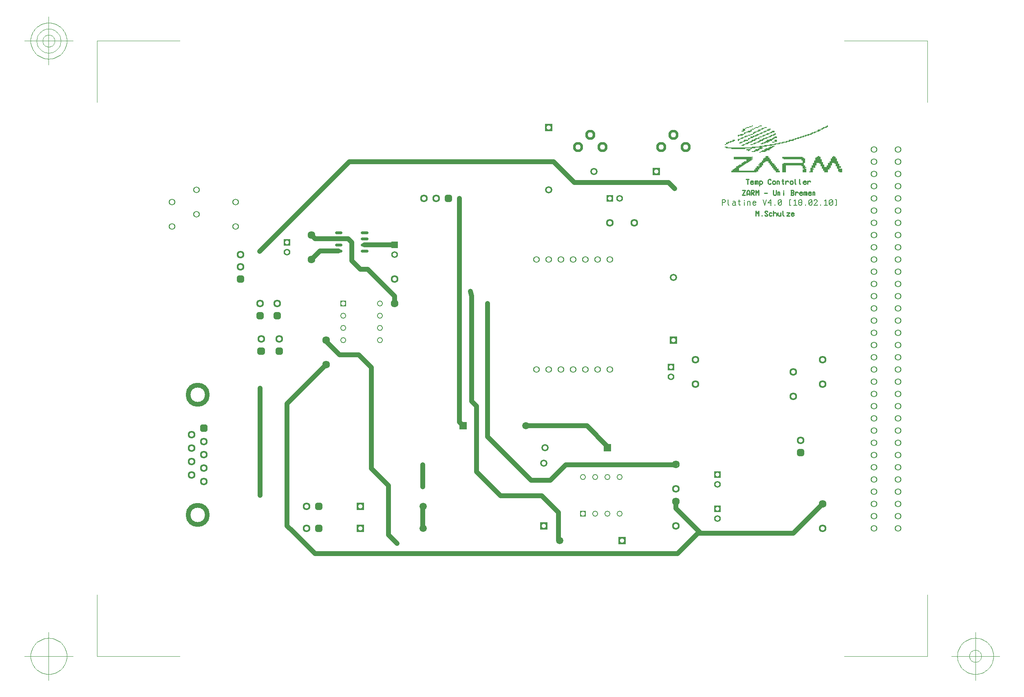
<source format=gbr>
G04 Generated by Ultiboard 10.0 *
%FSLAX25Y25*%
%MOIN*%

%ADD27C,0.01000*%
%ADD14C,0.04000*%
%ADD44C,0.00724*%
%ADD23C,0.00004*%
%ADD22C,0.00394*%
%ADD28C,0.03937X0.02362*%
%ADD29C,0.06334X0.03500*%
%ADD45C,0.19666X0.11833*%
%ADD46R,0.02667X0.02667X0.03333*%
%ADD47C,0.03333*%
%ADD35R,0.05512X0.05512X0.03150*%
%ADD34C,0.05512X0.03150*%
%ADD37R,0.05906X0.05906X0.03543*%
%ADD36C,0.05906X0.03543*%
%ADD38R,0.02083X0.02083X0.03917*%
%ADD18C,0.03917*%
%ADD33C,0.04900X0.03500*%
%ADD32R,0.04900X0.04900X0.03500*%
%ADD41C,0.05337X0.03937*%
%ADD48R,0.03740X0.00001*%
%ADD11C,0.02362*%
%ADD31C,0.08334X0.04333*%


G04 ColorRGB 00FF00 for the following layer *
%LNCopper Top*%
%LPD*%
%FSLAX25Y25*%
%MOIN*%
G54D27*
X484596Y323591D02*
X484596Y327599D01*
X483399Y327599D02*
X485793Y327599D01*
X489385Y324392D02*
X488586Y323591D01*
X488586Y323591D02*
X487788Y323591D01*
X487788Y323591D02*
X486990Y324392D01*
X486990Y324392D02*
X486990Y325595D01*
X486990Y325595D02*
X487788Y326397D01*
X487788Y326397D02*
X488586Y326397D01*
X488586Y326397D02*
X489385Y325595D01*
X489385Y325595D02*
X488986Y325194D01*
X488986Y325194D02*
X486990Y325194D01*
X490582Y323591D02*
X490582Y325996D01*
X490582Y325996D02*
X490582Y326397D01*
X490582Y325996D02*
X490981Y326397D01*
X490981Y326397D02*
X491380Y326397D01*
X491380Y326397D02*
X491779Y325996D01*
X491779Y325996D02*
X492178Y326397D01*
X492178Y326397D02*
X492577Y326397D01*
X492577Y326397D02*
X492976Y325996D01*
X492976Y325996D02*
X492976Y323591D01*
X491779Y325996D02*
X491779Y323591D01*
X494173Y324392D02*
X494971Y323591D01*
X494971Y323591D02*
X495769Y323591D01*
X495769Y323591D02*
X496567Y324392D01*
X496567Y324392D02*
X496567Y325595D01*
X496567Y325595D02*
X495769Y326397D01*
X495769Y326397D02*
X494971Y326397D01*
X494971Y326397D02*
X494173Y325595D01*
X494173Y322388D02*
X494173Y326397D01*
X503750Y324392D02*
X502952Y323591D01*
X502952Y323591D02*
X502154Y323591D01*
X502154Y323591D02*
X501356Y324392D01*
X501356Y324392D02*
X501356Y326797D01*
X501356Y326797D02*
X502154Y327599D01*
X502154Y327599D02*
X502952Y327599D01*
X502952Y327599D02*
X503750Y326797D01*
X504947Y324392D02*
X505745Y323591D01*
X505745Y323591D02*
X506543Y323591D01*
X506543Y323591D02*
X507341Y324392D01*
X507341Y324392D02*
X507341Y325595D01*
X507341Y325595D02*
X506543Y326397D01*
X506543Y326397D02*
X505745Y326397D01*
X505745Y326397D02*
X504947Y325595D01*
X504947Y325595D02*
X504947Y324392D01*
X508538Y323591D02*
X508538Y325996D01*
X508538Y325996D02*
X508538Y326397D01*
X508538Y325996D02*
X508937Y326397D01*
X508937Y326397D02*
X509735Y326397D01*
X509735Y326397D02*
X510134Y325996D01*
X510134Y325996D02*
X510134Y323591D01*
X514125Y323992D02*
X513726Y323591D01*
X513726Y323591D02*
X513327Y323992D01*
X513327Y323992D02*
X513327Y327599D01*
X512529Y326397D02*
X514125Y326397D01*
X515721Y325194D02*
X516918Y326397D01*
X516918Y326397D02*
X517317Y326397D01*
X517317Y326397D02*
X518115Y325595D01*
X515721Y323591D02*
X515721Y326397D01*
X519312Y324392D02*
X520110Y323591D01*
X520110Y323591D02*
X520908Y323591D01*
X520908Y323591D02*
X521706Y324392D01*
X521706Y324392D02*
X521706Y325595D01*
X521706Y325595D02*
X520908Y326397D01*
X520908Y326397D02*
X520110Y326397D01*
X520110Y326397D02*
X519312Y325595D01*
X519312Y325595D02*
X519312Y324392D01*
X523302Y327599D02*
X523302Y324392D01*
X523302Y324392D02*
X524101Y323591D01*
X526894Y327599D02*
X526894Y324392D01*
X526894Y324392D02*
X527692Y323591D01*
X532480Y324392D02*
X531682Y323591D01*
X531682Y323591D02*
X530884Y323591D01*
X530884Y323591D02*
X530086Y324392D01*
X530086Y324392D02*
X530086Y325595D01*
X530086Y325595D02*
X530884Y326397D01*
X530884Y326397D02*
X531682Y326397D01*
X531682Y326397D02*
X532480Y325595D01*
X532480Y325595D02*
X532081Y325194D01*
X532081Y325194D02*
X530086Y325194D01*
X533677Y325194D02*
X534874Y326397D01*
X534874Y326397D02*
X535273Y326397D01*
X535273Y326397D02*
X536072Y325595D01*
X533677Y323591D02*
X533677Y326397D01*
X480399Y318599D02*
X482793Y318599D01*
X482793Y318599D02*
X480399Y314591D01*
X480399Y314591D02*
X482793Y314591D01*
X483990Y314591D02*
X483990Y316996D01*
X483990Y316996D02*
X484788Y318599D01*
X484788Y318599D02*
X485586Y318599D01*
X485586Y318599D02*
X486385Y316996D01*
X486385Y316996D02*
X486385Y314591D01*
X483990Y315793D02*
X486385Y315793D01*
X487582Y314591D02*
X487582Y318599D01*
X487582Y318599D02*
X489178Y318599D01*
X489178Y318599D02*
X489976Y317797D01*
X489976Y317797D02*
X489976Y317397D01*
X489976Y317397D02*
X489178Y316595D01*
X489178Y316595D02*
X487582Y316595D01*
X487981Y316595D02*
X489976Y314591D01*
X491173Y314591D02*
X491173Y318599D01*
X491173Y318599D02*
X492370Y316595D01*
X492370Y316595D02*
X493567Y318599D01*
X493567Y318599D02*
X493567Y314591D01*
X498356Y316194D02*
X500750Y316194D01*
X505538Y318599D02*
X505538Y315392D01*
X505538Y315392D02*
X506336Y314591D01*
X506336Y314591D02*
X507134Y314591D01*
X507134Y314591D02*
X507932Y315392D01*
X507932Y315392D02*
X507932Y318599D01*
X509129Y314591D02*
X509129Y316996D01*
X509129Y316996D02*
X509129Y317397D01*
X509129Y316996D02*
X509529Y317397D01*
X509529Y317397D02*
X510327Y317397D01*
X510327Y317397D02*
X510726Y316996D01*
X510726Y316996D02*
X510726Y314591D01*
X513918Y314591D02*
X513918Y316996D01*
X513918Y317797D02*
X513918Y318198D01*
X519903Y314591D02*
X521500Y314591D01*
X521500Y314591D02*
X522298Y315392D01*
X522298Y315392D02*
X522298Y315793D01*
X522298Y315793D02*
X521500Y316595D01*
X521500Y316595D02*
X522298Y317397D01*
X522298Y317397D02*
X522298Y317797D01*
X522298Y317797D02*
X521500Y318599D01*
X521500Y318599D02*
X520302Y318599D01*
X520302Y318599D02*
X519903Y318599D01*
X520302Y316595D02*
X521500Y316595D01*
X520302Y318599D02*
X520302Y314591D01*
X523495Y316194D02*
X524692Y317397D01*
X524692Y317397D02*
X525091Y317397D01*
X525091Y317397D02*
X525889Y316595D01*
X523495Y314591D02*
X523495Y317397D01*
X529480Y315392D02*
X528682Y314591D01*
X528682Y314591D02*
X527884Y314591D01*
X527884Y314591D02*
X527086Y315392D01*
X527086Y315392D02*
X527086Y316595D01*
X527086Y316595D02*
X527884Y317397D01*
X527884Y317397D02*
X528682Y317397D01*
X528682Y317397D02*
X529480Y316595D01*
X529480Y316595D02*
X529081Y316194D01*
X529081Y316194D02*
X527086Y316194D01*
X530677Y314591D02*
X530677Y316996D01*
X530677Y316996D02*
X530677Y317397D01*
X530677Y316996D02*
X531076Y317397D01*
X531076Y317397D02*
X531475Y317397D01*
X531475Y317397D02*
X531874Y316996D01*
X531874Y316996D02*
X532273Y317397D01*
X532273Y317397D02*
X532673Y317397D01*
X532673Y317397D02*
X533072Y316996D01*
X533072Y316996D02*
X533072Y314591D01*
X531874Y316996D02*
X531874Y314591D01*
X536663Y315392D02*
X535865Y314591D01*
X535865Y314591D02*
X535067Y314591D01*
X535067Y314591D02*
X534269Y315392D01*
X534269Y315392D02*
X534269Y316595D01*
X534269Y316595D02*
X535067Y317397D01*
X535067Y317397D02*
X535865Y317397D01*
X535865Y317397D02*
X536663Y316595D01*
X536663Y316595D02*
X536264Y316194D01*
X536264Y316194D02*
X534269Y316194D01*
X537860Y314591D02*
X537860Y316996D01*
X537860Y316996D02*
X537860Y317397D01*
X537860Y316996D02*
X538259Y317397D01*
X538259Y317397D02*
X539057Y317397D01*
X539057Y317397D02*
X539456Y316996D01*
X539456Y316996D02*
X539456Y314591D01*
X491399Y297591D02*
X491399Y301599D01*
X491399Y301599D02*
X492596Y299595D01*
X492596Y299595D02*
X493793Y301599D01*
X493793Y301599D02*
X493793Y297591D01*
X496187Y297591D02*
X496187Y297992D01*
X498582Y298392D02*
X499380Y297591D01*
X499380Y297591D02*
X500178Y297591D01*
X500178Y297591D02*
X500976Y298392D01*
X500976Y298392D02*
X498582Y300797D01*
X498582Y300797D02*
X499380Y301599D01*
X499380Y301599D02*
X500178Y301599D01*
X500178Y301599D02*
X500976Y300797D01*
X504168Y297992D02*
X503769Y297591D01*
X503769Y297591D02*
X502971Y297591D01*
X502971Y297591D02*
X502173Y298392D01*
X502173Y298392D02*
X502173Y299595D01*
X502173Y299595D02*
X502971Y300397D01*
X502971Y300397D02*
X503769Y300397D01*
X503769Y300397D02*
X504168Y299996D01*
X505764Y299595D02*
X506562Y300397D01*
X506562Y300397D02*
X507360Y300397D01*
X507360Y300397D02*
X508158Y299595D01*
X508158Y299595D02*
X508158Y297591D01*
X505764Y301599D02*
X505764Y297591D01*
X509356Y300397D02*
X509356Y298392D01*
X509356Y298392D02*
X510154Y297591D01*
X510154Y297591D02*
X510952Y297591D01*
X510952Y297591D02*
X511750Y298392D01*
X511750Y298392D02*
X511750Y300397D01*
X511750Y298392D02*
X511750Y297591D01*
X513346Y301599D02*
X513346Y298392D01*
X513346Y298392D02*
X514144Y297591D01*
X516538Y300397D02*
X518932Y300397D01*
X518932Y300397D02*
X516538Y297591D01*
X516538Y297591D02*
X518932Y297591D01*
X522524Y298392D02*
X521726Y297591D01*
X521726Y297591D02*
X520928Y297591D01*
X520928Y297591D02*
X520129Y298392D01*
X520129Y298392D02*
X520129Y299595D01*
X520129Y299595D02*
X520928Y300397D01*
X520928Y300397D02*
X521726Y300397D01*
X521726Y300397D02*
X522524Y299595D01*
X522524Y299595D02*
X522125Y299194D01*
X522125Y299194D02*
X520129Y299194D01*
G54D14*
X522000Y38000D02*
X446000Y38000D01*
X249000Y129000D02*
X249000Y312000D01*
X252000Y126000D02*
X249000Y129000D01*
X159050Y342000D02*
X326000Y342000D01*
X427450Y21450D02*
X130900Y21450D01*
X168000Y254000D02*
X161000Y261000D01*
X174000Y254000D02*
X168000Y254000D01*
X196000Y232000D02*
X174000Y254000D01*
X130900Y21450D02*
X111000Y41350D01*
X140000Y176000D02*
X108000Y144000D01*
X86000Y68984D02*
X86000Y156467D01*
X108000Y117000D02*
X108000Y144000D01*
X108000Y44000D02*
X108000Y117000D01*
X110000Y42000D02*
X108000Y44000D01*
X177000Y91000D02*
X177000Y173500D01*
X191000Y77000D02*
X177000Y91000D01*
X191000Y36600D02*
X191000Y77000D01*
X198050Y29550D02*
X191000Y36600D01*
X219181Y42000D02*
X219000Y42181D01*
X219000Y42181D02*
X219000Y59909D01*
X219000Y94000D02*
X219000Y76000D01*
X151000Y184000D02*
X140000Y195000D01*
X166500Y184000D02*
X151000Y184000D01*
X177000Y173500D02*
X166500Y184000D01*
X140000Y195000D02*
X140000Y196000D01*
X196000Y232000D02*
X196000Y226000D01*
X128000Y262000D02*
X135000Y269000D01*
X128000Y282000D02*
X131000Y279000D01*
X159050Y342000D02*
X86025Y268975D01*
X86025Y268975D02*
X85600Y268550D01*
X196000Y274000D02*
X171260Y274000D01*
X158000Y279000D02*
X160900Y276100D01*
X158000Y279000D02*
X150000Y279000D01*
X135000Y269000D02*
X150000Y269000D01*
X131000Y279000D02*
X150000Y279000D01*
X160900Y276100D02*
X160900Y261100D01*
X161000Y261000D02*
X161000Y261950D01*
X350000Y94000D02*
X425000Y94000D01*
X263000Y142000D02*
X263000Y88279D01*
X353200Y125800D02*
X370000Y109000D01*
X303181Y126000D02*
X303381Y125800D01*
X303381Y125800D02*
X353200Y125800D01*
X303000Y125409D02*
X303000Y125909D01*
X271900Y117050D02*
X271900Y225900D01*
X316400Y68600D02*
X282678Y68600D01*
X330000Y55000D02*
X316400Y68600D01*
X307597Y81353D02*
X323353Y81353D01*
X282678Y68600D02*
X263000Y88279D01*
X307597Y81353D02*
X271900Y117050D01*
X330000Y32819D02*
X330000Y55000D01*
X330819Y32000D02*
X330000Y32819D01*
X336000Y94000D02*
X350000Y94000D01*
X336000Y94000D02*
X323353Y81353D01*
X370000Y109000D02*
X370000Y108000D01*
X259000Y232000D02*
X259000Y146000D01*
X259000Y146000D02*
X263000Y142000D01*
X258000Y236000D02*
X259000Y232000D01*
X446000Y38250D02*
X426000Y58250D01*
X427450Y21450D02*
X444000Y38000D01*
X426000Y64000D02*
X426000Y58250D01*
X425000Y94000D02*
X425714Y94714D01*
X444000Y38000D02*
X446000Y38000D01*
X446000Y38000D02*
X446000Y38250D01*
X343000Y325000D02*
X420000Y325000D01*
X343000Y325000D02*
X326000Y342000D01*
X425000Y320000D02*
X420000Y325000D01*
X546000Y62000D02*
X522000Y38000D01*
G54D44*
X463839Y306334D02*
X463839Y310985D01*
X463839Y310985D02*
X465691Y310985D01*
X465691Y310985D02*
X466617Y310055D01*
X466617Y310055D02*
X466617Y309589D01*
X466617Y309589D02*
X465691Y308659D01*
X465691Y308659D02*
X463839Y308659D01*
X468469Y310985D02*
X468469Y307264D01*
X468469Y307264D02*
X469395Y306334D01*
X472637Y309589D02*
X474026Y309589D01*
X474026Y309589D02*
X474489Y309124D01*
X474489Y309124D02*
X474489Y306799D01*
X474489Y306799D02*
X474026Y306334D01*
X474026Y306334D02*
X472637Y306334D01*
X472637Y306334D02*
X472174Y306799D01*
X472174Y306799D02*
X472174Y307729D01*
X472174Y307729D02*
X472637Y308194D01*
X472637Y308194D02*
X474489Y308194D01*
X474489Y306799D02*
X474952Y306334D01*
X478656Y306799D02*
X478193Y306334D01*
X478193Y306334D02*
X477730Y306799D01*
X477730Y306799D02*
X477730Y310985D01*
X476804Y309589D02*
X478656Y309589D01*
X481897Y306334D02*
X481897Y309124D01*
X481897Y310055D02*
X481897Y310520D01*
X484676Y306334D02*
X484676Y309124D01*
X484676Y309124D02*
X484676Y309589D01*
X484676Y309124D02*
X485139Y309589D01*
X485139Y309589D02*
X486065Y309589D01*
X486065Y309589D02*
X486528Y309124D01*
X486528Y309124D02*
X486528Y306334D01*
X491621Y307264D02*
X490695Y306334D01*
X490695Y306334D02*
X489769Y306334D01*
X489769Y306334D02*
X488843Y307264D01*
X488843Y307264D02*
X488843Y308659D01*
X488843Y308659D02*
X489769Y309589D01*
X489769Y309589D02*
X490695Y309589D01*
X490695Y309589D02*
X491621Y308659D01*
X491621Y308659D02*
X491158Y308194D01*
X491158Y308194D02*
X488843Y308194D01*
X497177Y310985D02*
X498567Y306334D01*
X498567Y306334D02*
X499956Y310985D01*
X504123Y308194D02*
X501345Y308194D01*
X501345Y308194D02*
X503660Y310985D01*
X503660Y310985D02*
X503660Y306334D01*
X503197Y306334D02*
X504123Y306334D01*
X506901Y306334D02*
X506901Y306799D01*
X509679Y310055D02*
X510605Y310985D01*
X510605Y310985D02*
X511532Y310985D01*
X511532Y310985D02*
X512458Y310055D01*
X512458Y310055D02*
X512458Y307264D01*
X512458Y307264D02*
X511532Y306334D01*
X511532Y306334D02*
X510605Y306334D01*
X510605Y306334D02*
X509679Y307264D01*
X509679Y307264D02*
X509679Y310055D01*
X512458Y310055D02*
X509679Y307264D01*
X519866Y306334D02*
X518940Y306334D01*
X518940Y306334D02*
X518940Y310985D01*
X518940Y310985D02*
X519866Y310985D01*
X522644Y310055D02*
X523570Y310985D01*
X523570Y310985D02*
X523570Y306334D01*
X522181Y306334D02*
X524960Y306334D01*
X528201Y306334D02*
X527275Y306334D01*
X527275Y306334D02*
X526349Y307264D01*
X526349Y307264D02*
X526349Y308194D01*
X526349Y308194D02*
X526812Y308659D01*
X526812Y308659D02*
X526349Y309124D01*
X526349Y309124D02*
X526349Y310055D01*
X526349Y310055D02*
X527275Y310985D01*
X527275Y310985D02*
X528201Y310985D01*
X528201Y310985D02*
X529127Y310055D01*
X529127Y310055D02*
X529127Y309124D01*
X529127Y309124D02*
X528664Y308659D01*
X528664Y308659D02*
X529127Y308194D01*
X529127Y308194D02*
X529127Y307264D01*
X529127Y307264D02*
X528201Y306334D01*
X526812Y308659D02*
X528664Y308659D01*
X531905Y306334D02*
X531905Y306799D01*
X534683Y310055D02*
X535609Y310985D01*
X535609Y310985D02*
X536535Y310985D01*
X536535Y310985D02*
X537461Y310055D01*
X537461Y310055D02*
X537461Y307264D01*
X537461Y307264D02*
X536535Y306334D01*
X536535Y306334D02*
X535609Y306334D01*
X535609Y306334D02*
X534683Y307264D01*
X534683Y307264D02*
X534683Y310055D01*
X537461Y310055D02*
X534683Y307264D01*
X538851Y310055D02*
X539777Y310985D01*
X539777Y310985D02*
X540703Y310985D01*
X540703Y310985D02*
X541629Y310055D01*
X541629Y310055D02*
X541629Y309589D01*
X541629Y309589D02*
X538851Y306334D01*
X538851Y306334D02*
X541629Y306334D01*
X541629Y306334D02*
X541629Y306799D01*
X544407Y306334D02*
X544407Y306799D01*
X547648Y310055D02*
X548574Y310985D01*
X548574Y310985D02*
X548574Y306334D01*
X547185Y306334D02*
X549963Y306334D01*
X551352Y310055D02*
X552279Y310985D01*
X552279Y310985D02*
X553205Y310985D01*
X553205Y310985D02*
X554131Y310055D01*
X554131Y310055D02*
X554131Y307264D01*
X554131Y307264D02*
X553205Y306334D01*
X553205Y306334D02*
X552279Y306334D01*
X552279Y306334D02*
X551352Y307264D01*
X551352Y307264D02*
X551352Y310055D01*
X554131Y310055D02*
X551352Y307264D01*
X556446Y310985D02*
X557372Y310985D01*
X557372Y310985D02*
X557372Y306334D01*
X557372Y306334D02*
X556446Y306334D01*
G54D23*
G36*
X487948Y370915D02*
X488990Y370915D01*
X488990Y371610D01*
X487948Y371610D01*
X487948Y370915D01*
G37*
G36*
X494196Y370915D02*
X495237Y370915D01*
X495237Y371610D01*
X494196Y371610D01*
X494196Y370915D01*
G37*
G36*
X495237Y370915D02*
X496278Y370915D01*
X496278Y371610D01*
X495237Y371610D01*
X495237Y370915D01*
G37*
G36*
X549381Y370915D02*
X550423Y370915D01*
X550423Y371610D01*
X549381Y371610D01*
X549381Y370915D01*
G37*
G36*
X485866Y370220D02*
X486907Y370220D01*
X486907Y370915D01*
X485866Y370915D01*
X485866Y370220D01*
G37*
G36*
X486907Y370220D02*
X487948Y370220D01*
X487948Y370915D01*
X486907Y370915D01*
X486907Y370220D01*
G37*
G36*
X493155Y370220D02*
X494196Y370220D01*
X494196Y370915D01*
X493155Y370915D01*
X493155Y370220D01*
G37*
G36*
X548340Y370220D02*
X549381Y370220D01*
X549381Y370915D01*
X548340Y370915D01*
X548340Y370220D01*
G37*
G36*
X549381Y370220D02*
X550423Y370220D01*
X550423Y370915D01*
X549381Y370915D01*
X549381Y370220D01*
G37*
G36*
X483784Y369525D02*
X484825Y369525D01*
X484825Y370220D01*
X483784Y370220D01*
X483784Y369525D01*
G37*
G36*
X484825Y369525D02*
X485866Y369525D01*
X485866Y370220D01*
X484825Y370220D01*
X484825Y369525D01*
G37*
G36*
X491072Y369525D02*
X492113Y369525D01*
X492113Y370220D01*
X491072Y370220D01*
X491072Y369525D01*
G37*
G36*
X492113Y369525D02*
X493155Y369525D01*
X493155Y370220D01*
X492113Y370220D01*
X492113Y369525D01*
G37*
G36*
X498361Y369525D02*
X499402Y369525D01*
X499402Y370220D01*
X498361Y370220D01*
X498361Y369525D01*
G37*
G36*
X499402Y369525D02*
X500443Y369525D01*
X500443Y370220D01*
X499402Y370220D01*
X499402Y369525D01*
G37*
G36*
X546258Y369525D02*
X547299Y369525D01*
X547299Y370220D01*
X546258Y370220D01*
X546258Y369525D01*
G37*
G36*
X547299Y369525D02*
X548340Y369525D01*
X548340Y370220D01*
X547299Y370220D01*
X547299Y369525D01*
G37*
G36*
X548340Y369525D02*
X549381Y369525D01*
X549381Y370220D01*
X548340Y370220D01*
X548340Y369525D01*
G37*
G36*
X482742Y368831D02*
X483784Y368831D01*
X483784Y369525D01*
X482742Y369525D01*
X482742Y368831D01*
G37*
G36*
X490031Y368831D02*
X491072Y368831D01*
X491072Y369525D01*
X490031Y369525D01*
X490031Y368831D01*
G37*
G36*
X496278Y368831D02*
X497320Y368831D01*
X497320Y369525D01*
X496278Y369525D01*
X496278Y368831D01*
G37*
G36*
X497320Y368831D02*
X498361Y368831D01*
X498361Y369525D01*
X497320Y369525D01*
X497320Y368831D01*
G37*
G36*
X545216Y368831D02*
X546258Y368831D01*
X546258Y369525D01*
X545216Y369525D01*
X545216Y368831D01*
G37*
G36*
X546258Y368831D02*
X547299Y368831D01*
X547299Y369525D01*
X546258Y369525D01*
X546258Y368831D01*
G37*
G36*
X480660Y368136D02*
X481701Y368136D01*
X481701Y368831D01*
X480660Y368831D01*
X480660Y368136D01*
G37*
G36*
X481701Y368136D02*
X482742Y368136D01*
X482742Y368831D01*
X481701Y368831D01*
X481701Y368136D01*
G37*
G36*
X487948Y368136D02*
X488990Y368136D01*
X488990Y368831D01*
X487948Y368831D01*
X487948Y368136D01*
G37*
G36*
X488990Y368136D02*
X490031Y368136D01*
X490031Y368831D01*
X488990Y368831D01*
X488990Y368136D01*
G37*
G36*
X495237Y368136D02*
X496278Y368136D01*
X496278Y368831D01*
X495237Y368831D01*
X495237Y368136D01*
G37*
G36*
X496278Y368136D02*
X497320Y368136D01*
X497320Y368831D01*
X496278Y368831D01*
X496278Y368136D01*
G37*
G36*
X501485Y368136D02*
X502526Y368136D01*
X502526Y368831D01*
X501485Y368831D01*
X501485Y368136D01*
G37*
G36*
X502526Y368136D02*
X503567Y368136D01*
X503567Y368831D01*
X502526Y368831D01*
X502526Y368136D01*
G37*
G36*
X544175Y368136D02*
X545216Y368136D01*
X545216Y368831D01*
X544175Y368831D01*
X544175Y368136D01*
G37*
G36*
X545216Y368136D02*
X546258Y368136D01*
X546258Y368831D01*
X545216Y368831D01*
X545216Y368136D01*
G37*
G36*
X480660Y367441D02*
X481701Y367441D01*
X481701Y368136D01*
X480660Y368136D01*
X480660Y367441D01*
G37*
G36*
X481701Y367441D02*
X482742Y367441D01*
X482742Y368136D01*
X481701Y368136D01*
X481701Y367441D01*
G37*
G36*
X486907Y367441D02*
X487948Y367441D01*
X487948Y368136D01*
X486907Y368136D01*
X486907Y367441D01*
G37*
G36*
X493155Y367441D02*
X494196Y367441D01*
X494196Y368136D01*
X493155Y368136D01*
X493155Y367441D01*
G37*
G36*
X494196Y367441D02*
X495237Y367441D01*
X495237Y368136D01*
X494196Y368136D01*
X494196Y367441D01*
G37*
G36*
X500443Y367441D02*
X501485Y367441D01*
X501485Y368136D01*
X500443Y368136D01*
X500443Y367441D01*
G37*
G36*
X501485Y367441D02*
X502526Y367441D01*
X502526Y368136D01*
X501485Y368136D01*
X501485Y367441D01*
G37*
G36*
X542093Y367441D02*
X543134Y367441D01*
X543134Y368136D01*
X542093Y368136D01*
X542093Y367441D01*
G37*
G36*
X543134Y367441D02*
X544175Y367441D01*
X544175Y368136D01*
X543134Y368136D01*
X543134Y367441D01*
G37*
G36*
X479619Y366746D02*
X480660Y366746D01*
X480660Y367441D01*
X479619Y367441D01*
X479619Y366746D01*
G37*
G36*
X480660Y366746D02*
X481701Y366746D01*
X481701Y367441D01*
X480660Y367441D01*
X480660Y366746D01*
G37*
G36*
X484825Y366746D02*
X485866Y366746D01*
X485866Y367441D01*
X484825Y367441D01*
X484825Y366746D01*
G37*
G36*
X485866Y366746D02*
X486907Y366746D01*
X486907Y367441D01*
X485866Y367441D01*
X485866Y366746D01*
G37*
G36*
X486907Y366746D02*
X487948Y366746D01*
X487948Y367441D01*
X486907Y367441D01*
X486907Y366746D01*
G37*
G36*
X492113Y366746D02*
X493155Y366746D01*
X493155Y367441D01*
X492113Y367441D01*
X492113Y366746D01*
G37*
G36*
X493155Y366746D02*
X494196Y366746D01*
X494196Y367441D01*
X493155Y367441D01*
X493155Y366746D01*
G37*
G36*
X498361Y366746D02*
X499402Y366746D01*
X499402Y367441D01*
X498361Y367441D01*
X498361Y366746D01*
G37*
G36*
X499402Y366746D02*
X500443Y366746D01*
X500443Y367441D01*
X499402Y367441D01*
X499402Y366746D01*
G37*
G36*
X504608Y366746D02*
X505649Y366746D01*
X505649Y367441D01*
X504608Y367441D01*
X504608Y366746D01*
G37*
G36*
X505649Y366746D02*
X506691Y366746D01*
X506691Y367441D01*
X505649Y367441D01*
X505649Y366746D01*
G37*
G36*
X541052Y366746D02*
X542093Y366746D01*
X542093Y367441D01*
X541052Y367441D01*
X541052Y366746D01*
G37*
G36*
X542093Y366746D02*
X543134Y366746D01*
X543134Y367441D01*
X542093Y367441D01*
X542093Y366746D01*
G37*
G36*
X483784Y366051D02*
X484825Y366051D01*
X484825Y366746D01*
X483784Y366746D01*
X483784Y366051D01*
G37*
G36*
X484825Y366051D02*
X485866Y366051D01*
X485866Y366746D01*
X484825Y366746D01*
X484825Y366051D01*
G37*
G36*
X485866Y366051D02*
X486907Y366051D01*
X486907Y366746D01*
X485866Y366746D01*
X485866Y366051D01*
G37*
G36*
X490031Y366051D02*
X491072Y366051D01*
X491072Y366746D01*
X490031Y366746D01*
X490031Y366051D01*
G37*
G36*
X491072Y366051D02*
X492113Y366051D01*
X492113Y366746D01*
X491072Y366746D01*
X491072Y366051D01*
G37*
G36*
X497320Y366051D02*
X498361Y366051D01*
X498361Y366746D01*
X497320Y366746D01*
X497320Y366051D01*
G37*
G36*
X498361Y366051D02*
X499402Y366051D01*
X499402Y366746D01*
X498361Y366746D01*
X498361Y366051D01*
G37*
G36*
X503567Y366051D02*
X504608Y366051D01*
X504608Y366746D01*
X503567Y366746D01*
X503567Y366051D01*
G37*
G36*
X504608Y366051D02*
X505649Y366051D01*
X505649Y366746D01*
X504608Y366746D01*
X504608Y366051D01*
G37*
G36*
X505649Y366051D02*
X506691Y366051D01*
X506691Y366746D01*
X505649Y366746D01*
X505649Y366051D01*
G37*
G36*
X538969Y366051D02*
X540010Y366051D01*
X540010Y366746D01*
X538969Y366746D01*
X538969Y366051D01*
G37*
G36*
X540010Y366051D02*
X541052Y366051D01*
X541052Y366746D01*
X540010Y366746D01*
X540010Y366051D01*
G37*
G36*
X481701Y365356D02*
X482742Y365356D01*
X482742Y366051D01*
X481701Y366051D01*
X481701Y365356D01*
G37*
G36*
X482742Y365356D02*
X483784Y365356D01*
X483784Y366051D01*
X482742Y366051D01*
X482742Y365356D01*
G37*
G36*
X488990Y365356D02*
X490031Y365356D01*
X490031Y366051D01*
X488990Y366051D01*
X488990Y365356D01*
G37*
G36*
X490031Y365356D02*
X491072Y365356D01*
X491072Y366051D01*
X490031Y366051D01*
X490031Y365356D01*
G37*
G36*
X495237Y365356D02*
X496278Y365356D01*
X496278Y366051D01*
X495237Y366051D01*
X495237Y365356D01*
G37*
G36*
X496278Y365356D02*
X497320Y365356D01*
X497320Y366051D01*
X496278Y366051D01*
X496278Y365356D01*
G37*
G36*
X502526Y365356D02*
X503567Y365356D01*
X503567Y366051D01*
X502526Y366051D01*
X502526Y365356D01*
G37*
G36*
X503567Y365356D02*
X504608Y365356D01*
X504608Y366051D01*
X503567Y366051D01*
X503567Y365356D01*
G37*
G36*
X536887Y365356D02*
X537928Y365356D01*
X537928Y366051D01*
X536887Y366051D01*
X536887Y365356D01*
G37*
G36*
X537928Y365356D02*
X538969Y365356D01*
X538969Y366051D01*
X537928Y366051D01*
X537928Y365356D01*
G37*
G36*
X538969Y365356D02*
X540010Y365356D01*
X540010Y366051D01*
X538969Y366051D01*
X538969Y365356D01*
G37*
G36*
X481701Y364661D02*
X482742Y364661D01*
X482742Y365356D01*
X481701Y365356D01*
X481701Y364661D01*
G37*
G36*
X488990Y364661D02*
X490031Y364661D01*
X490031Y365356D01*
X488990Y365356D01*
X488990Y364661D01*
G37*
G36*
X494196Y364661D02*
X495237Y364661D01*
X495237Y365356D01*
X494196Y365356D01*
X494196Y364661D01*
G37*
G36*
X495237Y364661D02*
X496278Y364661D01*
X496278Y365356D01*
X495237Y365356D01*
X495237Y364661D01*
G37*
G36*
X500443Y364661D02*
X501485Y364661D01*
X501485Y365356D01*
X500443Y365356D01*
X500443Y364661D01*
G37*
G36*
X501485Y364661D02*
X502526Y364661D01*
X502526Y365356D01*
X501485Y365356D01*
X501485Y364661D01*
G37*
G36*
X506691Y364661D02*
X507732Y364661D01*
X507732Y365356D01*
X506691Y365356D01*
X506691Y364661D01*
G37*
G36*
X535845Y364661D02*
X536887Y364661D01*
X536887Y365356D01*
X535845Y365356D01*
X535845Y364661D01*
G37*
G36*
X536887Y364661D02*
X537928Y364661D01*
X537928Y365356D01*
X536887Y365356D01*
X536887Y364661D01*
G37*
G36*
X478577Y363966D02*
X479619Y363966D01*
X479619Y364661D01*
X478577Y364661D01*
X478577Y363966D01*
G37*
G36*
X479619Y363966D02*
X480660Y363966D01*
X480660Y364661D01*
X479619Y364661D01*
X479619Y363966D01*
G37*
G36*
X480660Y363966D02*
X481701Y363966D01*
X481701Y364661D01*
X480660Y364661D01*
X480660Y363966D01*
G37*
G36*
X486907Y363966D02*
X487948Y363966D01*
X487948Y364661D01*
X486907Y364661D01*
X486907Y363966D01*
G37*
G36*
X487948Y363966D02*
X488990Y363966D01*
X488990Y364661D01*
X487948Y364661D01*
X487948Y363966D01*
G37*
G36*
X492113Y363966D02*
X493155Y363966D01*
X493155Y364661D01*
X492113Y364661D01*
X492113Y363966D01*
G37*
G36*
X493155Y363966D02*
X494196Y363966D01*
X494196Y364661D01*
X493155Y364661D01*
X493155Y363966D01*
G37*
G36*
X499402Y363966D02*
X500443Y363966D01*
X500443Y364661D01*
X499402Y364661D01*
X499402Y363966D01*
G37*
G36*
X500443Y363966D02*
X501485Y363966D01*
X501485Y364661D01*
X500443Y364661D01*
X500443Y363966D01*
G37*
G36*
X505649Y363966D02*
X506691Y363966D01*
X506691Y364661D01*
X505649Y364661D01*
X505649Y363966D01*
G37*
G36*
X506691Y363966D02*
X507732Y363966D01*
X507732Y364661D01*
X506691Y364661D01*
X506691Y363966D01*
G37*
G36*
X533763Y363966D02*
X534804Y363966D01*
X534804Y364661D01*
X533763Y364661D01*
X533763Y363966D01*
G37*
G36*
X534804Y363966D02*
X535845Y363966D01*
X535845Y364661D01*
X534804Y364661D01*
X534804Y363966D01*
G37*
G36*
X535845Y363966D02*
X536887Y363966D01*
X536887Y364661D01*
X535845Y364661D01*
X535845Y363966D01*
G37*
G36*
X476495Y363271D02*
X477536Y363271D01*
X477536Y363966D01*
X476495Y363966D01*
X476495Y363271D01*
G37*
G36*
X477536Y363271D02*
X478577Y363271D01*
X478577Y363966D01*
X477536Y363966D01*
X477536Y363271D01*
G37*
G36*
X478577Y363271D02*
X479619Y363271D01*
X479619Y363966D01*
X478577Y363966D01*
X478577Y363271D01*
G37*
G36*
X479619Y363271D02*
X480660Y363271D01*
X480660Y363966D01*
X479619Y363966D01*
X479619Y363271D01*
G37*
G36*
X484825Y363271D02*
X485866Y363271D01*
X485866Y363966D01*
X484825Y363966D01*
X484825Y363271D01*
G37*
G36*
X485866Y363271D02*
X486907Y363271D01*
X486907Y363966D01*
X485866Y363966D01*
X485866Y363271D01*
G37*
G36*
X491072Y363271D02*
X492113Y363271D01*
X492113Y363966D01*
X491072Y363966D01*
X491072Y363271D01*
G37*
G36*
X492113Y363271D02*
X493155Y363271D01*
X493155Y363966D01*
X492113Y363966D01*
X492113Y363271D01*
G37*
G36*
X497320Y363271D02*
X498361Y363271D01*
X498361Y363966D01*
X497320Y363966D01*
X497320Y363271D01*
G37*
G36*
X498361Y363271D02*
X499402Y363271D01*
X499402Y363966D01*
X498361Y363966D01*
X498361Y363271D01*
G37*
G36*
X503567Y363271D02*
X504608Y363271D01*
X504608Y363966D01*
X503567Y363966D01*
X503567Y363271D01*
G37*
G36*
X504608Y363271D02*
X505649Y363271D01*
X505649Y363966D01*
X504608Y363966D01*
X504608Y363271D01*
G37*
G36*
X505649Y363271D02*
X506691Y363271D01*
X506691Y363966D01*
X505649Y363966D01*
X505649Y363271D01*
G37*
G36*
X531680Y363271D02*
X532722Y363271D01*
X532722Y363966D01*
X531680Y363966D01*
X531680Y363271D01*
G37*
G36*
X532722Y363271D02*
X533763Y363271D01*
X533763Y363966D01*
X532722Y363966D01*
X532722Y363271D01*
G37*
G36*
X533763Y363271D02*
X534804Y363271D01*
X534804Y363966D01*
X533763Y363966D01*
X533763Y363271D01*
G37*
G36*
X476495Y362576D02*
X477536Y362576D01*
X477536Y363271D01*
X476495Y363271D01*
X476495Y362576D01*
G37*
G36*
X482742Y362576D02*
X483784Y362576D01*
X483784Y363271D01*
X482742Y363271D01*
X482742Y362576D01*
G37*
G36*
X483784Y362576D02*
X484825Y362576D01*
X484825Y363271D01*
X483784Y363271D01*
X483784Y362576D01*
G37*
G36*
X488990Y362576D02*
X490031Y362576D01*
X490031Y363271D01*
X488990Y363271D01*
X488990Y362576D01*
G37*
G36*
X490031Y362576D02*
X491072Y362576D01*
X491072Y363271D01*
X490031Y363271D01*
X490031Y362576D01*
G37*
G36*
X491072Y362576D02*
X492113Y362576D01*
X492113Y363271D01*
X491072Y363271D01*
X491072Y362576D01*
G37*
G36*
X496278Y362576D02*
X497320Y362576D01*
X497320Y363271D01*
X496278Y363271D01*
X496278Y362576D01*
G37*
G36*
X497320Y362576D02*
X498361Y362576D01*
X498361Y363271D01*
X497320Y363271D01*
X497320Y362576D01*
G37*
G36*
X502526Y362576D02*
X503567Y362576D01*
X503567Y363271D01*
X502526Y363271D01*
X502526Y362576D01*
G37*
G36*
X503567Y362576D02*
X504608Y362576D01*
X504608Y363271D01*
X503567Y363271D01*
X503567Y362576D01*
G37*
G36*
X529598Y362576D02*
X530639Y362576D01*
X530639Y363271D01*
X529598Y363271D01*
X529598Y362576D01*
G37*
G36*
X530639Y362576D02*
X531680Y362576D01*
X531680Y363271D01*
X530639Y363271D01*
X530639Y362576D01*
G37*
G36*
X531680Y362576D02*
X532722Y362576D01*
X532722Y363271D01*
X531680Y363271D01*
X531680Y362576D01*
G37*
G36*
X481701Y361881D02*
X482742Y361881D01*
X482742Y362576D01*
X481701Y362576D01*
X481701Y361881D01*
G37*
G36*
X482742Y361881D02*
X483784Y361881D01*
X483784Y362576D01*
X482742Y362576D01*
X482742Y361881D01*
G37*
G36*
X486907Y361881D02*
X487948Y361881D01*
X487948Y362576D01*
X486907Y362576D01*
X486907Y361881D01*
G37*
G36*
X487948Y361881D02*
X488990Y361881D01*
X488990Y362576D01*
X487948Y362576D01*
X487948Y361881D01*
G37*
G36*
X488990Y361881D02*
X490031Y361881D01*
X490031Y362576D01*
X488990Y362576D01*
X488990Y361881D01*
G37*
G36*
X494196Y361881D02*
X495237Y361881D01*
X495237Y362576D01*
X494196Y362576D01*
X494196Y361881D01*
G37*
G36*
X495237Y361881D02*
X496278Y361881D01*
X496278Y362576D01*
X495237Y362576D01*
X495237Y361881D01*
G37*
G36*
X501485Y361881D02*
X502526Y361881D01*
X502526Y362576D01*
X501485Y362576D01*
X501485Y361881D01*
G37*
G36*
X502526Y361881D02*
X503567Y361881D01*
X503567Y362576D01*
X502526Y362576D01*
X502526Y361881D01*
G37*
G36*
X506691Y361881D02*
X507732Y361881D01*
X507732Y362576D01*
X506691Y362576D01*
X506691Y361881D01*
G37*
G36*
X507732Y361881D02*
X508773Y361881D01*
X508773Y362576D01*
X507732Y362576D01*
X507732Y361881D01*
G37*
G36*
X527515Y361881D02*
X528557Y361881D01*
X528557Y362576D01*
X527515Y362576D01*
X527515Y361881D01*
G37*
G36*
X528557Y361881D02*
X529598Y361881D01*
X529598Y362576D01*
X528557Y362576D01*
X528557Y361881D01*
G37*
G36*
X529598Y361881D02*
X530639Y361881D01*
X530639Y362576D01*
X529598Y362576D01*
X529598Y361881D01*
G37*
G36*
X479619Y361186D02*
X480660Y361186D01*
X480660Y361881D01*
X479619Y361881D01*
X479619Y361186D01*
G37*
G36*
X480660Y361186D02*
X481701Y361186D01*
X481701Y361881D01*
X480660Y361881D01*
X480660Y361186D01*
G37*
G36*
X486907Y361186D02*
X487948Y361186D01*
X487948Y361881D01*
X486907Y361881D01*
X486907Y361186D01*
G37*
G36*
X487948Y361186D02*
X488990Y361186D01*
X488990Y361881D01*
X487948Y361881D01*
X487948Y361186D01*
G37*
G36*
X493155Y361186D02*
X494196Y361186D01*
X494196Y361881D01*
X493155Y361881D01*
X493155Y361186D01*
G37*
G36*
X499402Y361186D02*
X500443Y361186D01*
X500443Y361881D01*
X499402Y361881D01*
X499402Y361186D01*
G37*
G36*
X500443Y361186D02*
X501485Y361186D01*
X501485Y361881D01*
X500443Y361881D01*
X500443Y361186D01*
G37*
G36*
X505649Y361186D02*
X506691Y361186D01*
X506691Y361881D01*
X505649Y361881D01*
X505649Y361186D01*
G37*
G36*
X506691Y361186D02*
X507732Y361186D01*
X507732Y361881D01*
X506691Y361881D01*
X506691Y361186D01*
G37*
G36*
X507732Y361186D02*
X508773Y361186D01*
X508773Y361881D01*
X507732Y361881D01*
X507732Y361186D01*
G37*
G36*
X525433Y361186D02*
X526474Y361186D01*
X526474Y361881D01*
X525433Y361881D01*
X525433Y361186D01*
G37*
G36*
X526474Y361186D02*
X527515Y361186D01*
X527515Y361881D01*
X526474Y361881D01*
X526474Y361186D01*
G37*
G36*
X527515Y361186D02*
X528557Y361186D01*
X528557Y361881D01*
X527515Y361881D01*
X527515Y361186D01*
G37*
G36*
X478577Y360492D02*
X479619Y360492D01*
X479619Y361186D01*
X478577Y361186D01*
X478577Y360492D01*
G37*
G36*
X479619Y360492D02*
X480660Y360492D01*
X480660Y361186D01*
X479619Y361186D01*
X479619Y360492D01*
G37*
G36*
X484825Y360492D02*
X485866Y360492D01*
X485866Y361186D01*
X484825Y361186D01*
X484825Y360492D01*
G37*
G36*
X485866Y360492D02*
X486907Y360492D01*
X486907Y361186D01*
X485866Y361186D01*
X485866Y360492D01*
G37*
G36*
X491072Y360492D02*
X492113Y360492D01*
X492113Y361186D01*
X491072Y361186D01*
X491072Y360492D01*
G37*
G36*
X492113Y360492D02*
X493155Y360492D01*
X493155Y361186D01*
X492113Y361186D01*
X492113Y360492D01*
G37*
G36*
X493155Y360492D02*
X494196Y360492D01*
X494196Y361186D01*
X493155Y361186D01*
X493155Y360492D01*
G37*
G36*
X497320Y360492D02*
X498361Y360492D01*
X498361Y361186D01*
X497320Y361186D01*
X497320Y360492D01*
G37*
G36*
X498361Y360492D02*
X499402Y360492D01*
X499402Y361186D01*
X498361Y361186D01*
X498361Y360492D01*
G37*
G36*
X499402Y360492D02*
X500443Y360492D01*
X500443Y361186D01*
X499402Y361186D01*
X499402Y360492D01*
G37*
G36*
X504608Y360492D02*
X505649Y360492D01*
X505649Y361186D01*
X504608Y361186D01*
X504608Y360492D01*
G37*
G36*
X505649Y360492D02*
X506691Y360492D01*
X506691Y361186D01*
X505649Y361186D01*
X505649Y360492D01*
G37*
G36*
X523351Y360492D02*
X524392Y360492D01*
X524392Y361186D01*
X523351Y361186D01*
X523351Y360492D01*
G37*
G36*
X524392Y360492D02*
X525433Y360492D01*
X525433Y361186D01*
X524392Y361186D01*
X524392Y360492D01*
G37*
G36*
X525433Y360492D02*
X526474Y360492D01*
X526474Y361186D01*
X525433Y361186D01*
X525433Y360492D01*
G37*
G36*
X476495Y359797D02*
X477536Y359797D01*
X477536Y360492D01*
X476495Y360492D01*
X476495Y359797D01*
G37*
G36*
X477536Y359797D02*
X478577Y359797D01*
X478577Y360492D01*
X477536Y360492D01*
X477536Y359797D01*
G37*
G36*
X484825Y359797D02*
X485866Y359797D01*
X485866Y360492D01*
X484825Y360492D01*
X484825Y359797D01*
G37*
G36*
X490031Y359797D02*
X491072Y359797D01*
X491072Y360492D01*
X490031Y360492D01*
X490031Y359797D01*
G37*
G36*
X491072Y359797D02*
X492113Y359797D01*
X492113Y360492D01*
X491072Y360492D01*
X491072Y359797D01*
G37*
G36*
X496278Y359797D02*
X497320Y359797D01*
X497320Y360492D01*
X496278Y360492D01*
X496278Y359797D01*
G37*
G36*
X497320Y359797D02*
X498361Y359797D01*
X498361Y360492D01*
X497320Y360492D01*
X497320Y359797D01*
G37*
G36*
X502526Y359797D02*
X503567Y359797D01*
X503567Y360492D01*
X502526Y360492D01*
X502526Y359797D01*
G37*
G36*
X503567Y359797D02*
X504608Y359797D01*
X504608Y360492D01*
X503567Y360492D01*
X503567Y359797D01*
G37*
G36*
X504608Y359797D02*
X505649Y359797D01*
X505649Y360492D01*
X504608Y360492D01*
X504608Y359797D01*
G37*
G36*
X521268Y359797D02*
X522309Y359797D01*
X522309Y360492D01*
X521268Y360492D01*
X521268Y359797D01*
G37*
G36*
X522309Y359797D02*
X523351Y359797D01*
X523351Y360492D01*
X522309Y360492D01*
X522309Y359797D01*
G37*
G36*
X523351Y359797D02*
X524392Y359797D01*
X524392Y360492D01*
X523351Y360492D01*
X523351Y359797D01*
G37*
G36*
X472330Y359102D02*
X473371Y359102D01*
X473371Y359797D01*
X472330Y359797D01*
X472330Y359102D01*
G37*
G36*
X473371Y359102D02*
X474412Y359102D01*
X474412Y359797D01*
X473371Y359797D01*
X473371Y359102D01*
G37*
G36*
X476495Y359102D02*
X477536Y359102D01*
X477536Y359797D01*
X476495Y359797D01*
X476495Y359102D01*
G37*
G36*
X481701Y359102D02*
X482742Y359102D01*
X482742Y359797D01*
X481701Y359797D01*
X481701Y359102D01*
G37*
G36*
X482742Y359102D02*
X483784Y359102D01*
X483784Y359797D01*
X482742Y359797D01*
X482742Y359102D01*
G37*
G36*
X483784Y359102D02*
X484825Y359102D01*
X484825Y359797D01*
X483784Y359797D01*
X483784Y359102D01*
G37*
G36*
X487948Y359102D02*
X488990Y359102D01*
X488990Y359797D01*
X487948Y359797D01*
X487948Y359102D01*
G37*
G36*
X488990Y359102D02*
X490031Y359102D01*
X490031Y359797D01*
X488990Y359797D01*
X488990Y359102D01*
G37*
G36*
X490031Y359102D02*
X491072Y359102D01*
X491072Y359797D01*
X490031Y359797D01*
X490031Y359102D01*
G37*
G36*
X494196Y359102D02*
X495237Y359102D01*
X495237Y359797D01*
X494196Y359797D01*
X494196Y359102D01*
G37*
G36*
X495237Y359102D02*
X496278Y359102D01*
X496278Y359797D01*
X495237Y359797D01*
X495237Y359102D01*
G37*
G36*
X496278Y359102D02*
X497320Y359102D01*
X497320Y359797D01*
X496278Y359797D01*
X496278Y359102D01*
G37*
G36*
X500443Y359102D02*
X501485Y359102D01*
X501485Y359797D01*
X500443Y359797D01*
X500443Y359102D01*
G37*
G36*
X501485Y359102D02*
X502526Y359102D01*
X502526Y359797D01*
X501485Y359797D01*
X501485Y359102D01*
G37*
G36*
X502526Y359102D02*
X503567Y359102D01*
X503567Y359797D01*
X502526Y359797D01*
X502526Y359102D01*
G37*
G36*
X503567Y359102D02*
X504608Y359102D01*
X504608Y359797D01*
X503567Y359797D01*
X503567Y359102D01*
G37*
G36*
X506691Y359102D02*
X507732Y359102D01*
X507732Y359797D01*
X506691Y359797D01*
X506691Y359102D01*
G37*
G36*
X507732Y359102D02*
X508773Y359102D01*
X508773Y359797D01*
X507732Y359797D01*
X507732Y359102D01*
G37*
G36*
X518144Y359102D02*
X519186Y359102D01*
X519186Y359797D01*
X518144Y359797D01*
X518144Y359102D01*
G37*
G36*
X519186Y359102D02*
X520227Y359102D01*
X520227Y359797D01*
X519186Y359797D01*
X519186Y359102D01*
G37*
G36*
X520227Y359102D02*
X521268Y359102D01*
X521268Y359797D01*
X520227Y359797D01*
X520227Y359102D01*
G37*
G36*
X521268Y359102D02*
X522309Y359102D01*
X522309Y359797D01*
X521268Y359797D01*
X521268Y359102D01*
G37*
G36*
X470247Y358407D02*
X471289Y358407D01*
X471289Y359102D01*
X470247Y359102D01*
X470247Y358407D01*
G37*
G36*
X471289Y358407D02*
X472330Y358407D01*
X472330Y359102D01*
X471289Y359102D01*
X471289Y358407D01*
G37*
G36*
X472330Y358407D02*
X473371Y358407D01*
X473371Y359102D01*
X472330Y359102D01*
X472330Y358407D01*
G37*
G36*
X480660Y358407D02*
X481701Y358407D01*
X481701Y359102D01*
X480660Y359102D01*
X480660Y358407D01*
G37*
G36*
X481701Y358407D02*
X482742Y358407D01*
X482742Y359102D01*
X481701Y359102D01*
X481701Y358407D01*
G37*
G36*
X486907Y358407D02*
X487948Y358407D01*
X487948Y359102D01*
X486907Y359102D01*
X486907Y358407D01*
G37*
G36*
X487948Y358407D02*
X488990Y358407D01*
X488990Y359102D01*
X487948Y359102D01*
X487948Y358407D01*
G37*
G36*
X493155Y358407D02*
X494196Y358407D01*
X494196Y359102D01*
X493155Y359102D01*
X493155Y358407D01*
G37*
G36*
X494196Y358407D02*
X495237Y358407D01*
X495237Y359102D01*
X494196Y359102D01*
X494196Y358407D01*
G37*
G36*
X499402Y358407D02*
X500443Y358407D01*
X500443Y359102D01*
X499402Y359102D01*
X499402Y358407D01*
G37*
G36*
X500443Y358407D02*
X501485Y358407D01*
X501485Y359102D01*
X500443Y359102D01*
X500443Y358407D01*
G37*
G36*
X501485Y358407D02*
X502526Y358407D01*
X502526Y359102D01*
X501485Y359102D01*
X501485Y358407D01*
G37*
G36*
X506691Y358407D02*
X507732Y358407D01*
X507732Y359102D01*
X506691Y359102D01*
X506691Y358407D01*
G37*
G36*
X507732Y358407D02*
X508773Y358407D01*
X508773Y359102D01*
X507732Y359102D01*
X507732Y358407D01*
G37*
G36*
X516062Y358407D02*
X517103Y358407D01*
X517103Y359102D01*
X516062Y359102D01*
X516062Y358407D01*
G37*
G36*
X517103Y358407D02*
X518144Y358407D01*
X518144Y359102D01*
X517103Y359102D01*
X517103Y358407D01*
G37*
G36*
X518144Y358407D02*
X519186Y358407D01*
X519186Y359102D01*
X518144Y359102D01*
X518144Y358407D01*
G37*
G36*
X468165Y357712D02*
X469206Y357712D01*
X469206Y358407D01*
X468165Y358407D01*
X468165Y357712D01*
G37*
G36*
X469206Y357712D02*
X470247Y357712D01*
X470247Y358407D01*
X469206Y358407D01*
X469206Y357712D01*
G37*
G36*
X470247Y357712D02*
X471289Y357712D01*
X471289Y358407D01*
X470247Y358407D01*
X470247Y357712D01*
G37*
G36*
X478577Y357712D02*
X479619Y357712D01*
X479619Y358407D01*
X478577Y358407D01*
X478577Y357712D01*
G37*
G36*
X479619Y357712D02*
X480660Y357712D01*
X480660Y358407D01*
X479619Y358407D01*
X479619Y357712D01*
G37*
G36*
X484825Y357712D02*
X485866Y357712D01*
X485866Y358407D01*
X484825Y358407D01*
X484825Y357712D01*
G37*
G36*
X485866Y357712D02*
X486907Y357712D01*
X486907Y358407D01*
X485866Y358407D01*
X485866Y357712D01*
G37*
G36*
X486907Y357712D02*
X487948Y357712D01*
X487948Y358407D01*
X486907Y358407D01*
X486907Y357712D01*
G37*
G36*
X492113Y357712D02*
X493155Y357712D01*
X493155Y358407D01*
X492113Y358407D01*
X492113Y357712D01*
G37*
G36*
X493155Y357712D02*
X494196Y357712D01*
X494196Y358407D01*
X493155Y358407D01*
X493155Y357712D01*
G37*
G36*
X498361Y357712D02*
X499402Y357712D01*
X499402Y358407D01*
X498361Y358407D01*
X498361Y357712D01*
G37*
G36*
X499402Y357712D02*
X500443Y357712D01*
X500443Y358407D01*
X499402Y358407D01*
X499402Y357712D01*
G37*
G36*
X500443Y357712D02*
X501485Y357712D01*
X501485Y358407D01*
X500443Y358407D01*
X500443Y357712D01*
G37*
G36*
X504608Y357712D02*
X505649Y357712D01*
X505649Y358407D01*
X504608Y358407D01*
X504608Y357712D01*
G37*
G36*
X505649Y357712D02*
X506691Y357712D01*
X506691Y358407D01*
X505649Y358407D01*
X505649Y357712D01*
G37*
G36*
X512938Y357712D02*
X513979Y357712D01*
X513979Y358407D01*
X512938Y358407D01*
X512938Y357712D01*
G37*
G36*
X513979Y357712D02*
X515021Y357712D01*
X515021Y358407D01*
X513979Y358407D01*
X513979Y357712D01*
G37*
G36*
X515021Y357712D02*
X516062Y357712D01*
X516062Y358407D01*
X515021Y358407D01*
X515021Y357712D01*
G37*
G36*
X516062Y357712D02*
X517103Y357712D01*
X517103Y358407D01*
X516062Y358407D01*
X516062Y357712D01*
G37*
G36*
X467124Y357017D02*
X468165Y357017D01*
X468165Y357712D01*
X467124Y357712D01*
X467124Y357017D01*
G37*
G36*
X468165Y357017D02*
X469206Y357017D01*
X469206Y357712D01*
X468165Y357712D01*
X468165Y357017D01*
G37*
G36*
X477536Y357017D02*
X478577Y357017D01*
X478577Y357712D01*
X477536Y357712D01*
X477536Y357017D01*
G37*
G36*
X478577Y357017D02*
X479619Y357017D01*
X479619Y357712D01*
X478577Y357712D01*
X478577Y357017D01*
G37*
G36*
X483784Y357017D02*
X484825Y357017D01*
X484825Y357712D01*
X483784Y357712D01*
X483784Y357017D01*
G37*
G36*
X484825Y357017D02*
X485866Y357017D01*
X485866Y357712D01*
X484825Y357712D01*
X484825Y357017D01*
G37*
G36*
X490031Y357017D02*
X491072Y357017D01*
X491072Y357712D01*
X490031Y357712D01*
X490031Y357017D01*
G37*
G36*
X491072Y357017D02*
X492113Y357017D01*
X492113Y357712D01*
X491072Y357712D01*
X491072Y357017D01*
G37*
G36*
X496278Y357017D02*
X497320Y357017D01*
X497320Y357712D01*
X496278Y357712D01*
X496278Y357017D01*
G37*
G36*
X497320Y357017D02*
X498361Y357017D01*
X498361Y357712D01*
X497320Y357712D01*
X497320Y357017D01*
G37*
G36*
X498361Y357017D02*
X499402Y357017D01*
X499402Y357712D01*
X498361Y357712D01*
X498361Y357017D01*
G37*
G36*
X509814Y357017D02*
X510856Y357017D01*
X510856Y357712D01*
X509814Y357712D01*
X509814Y357017D01*
G37*
G36*
X510856Y357017D02*
X511897Y357017D01*
X511897Y357712D01*
X510856Y357712D01*
X510856Y357017D01*
G37*
G36*
X511897Y357017D02*
X512938Y357017D01*
X512938Y357712D01*
X511897Y357712D01*
X511897Y357017D01*
G37*
G36*
X512938Y357017D02*
X513979Y357017D01*
X513979Y357712D01*
X512938Y357712D01*
X512938Y357017D01*
G37*
G36*
X467124Y356322D02*
X468165Y356322D01*
X468165Y357017D01*
X467124Y357017D01*
X467124Y356322D01*
G37*
G36*
X482742Y356322D02*
X483784Y356322D01*
X483784Y357017D01*
X482742Y357017D01*
X482742Y356322D01*
G37*
G36*
X483784Y356322D02*
X484825Y356322D01*
X484825Y357017D01*
X483784Y357017D01*
X483784Y356322D01*
G37*
G36*
X488990Y356322D02*
X490031Y356322D01*
X490031Y357017D01*
X488990Y357017D01*
X488990Y356322D01*
G37*
G36*
X490031Y356322D02*
X491072Y356322D01*
X491072Y357017D01*
X490031Y357017D01*
X490031Y356322D01*
G37*
G36*
X495237Y356322D02*
X496278Y356322D01*
X496278Y357017D01*
X495237Y357017D01*
X495237Y356322D01*
G37*
G36*
X496278Y356322D02*
X497320Y356322D01*
X497320Y357017D01*
X496278Y357017D01*
X496278Y356322D01*
G37*
G36*
X506691Y356322D02*
X507732Y356322D01*
X507732Y357017D01*
X506691Y357017D01*
X506691Y356322D01*
G37*
G36*
X507732Y356322D02*
X508773Y356322D01*
X508773Y357017D01*
X507732Y357017D01*
X507732Y356322D01*
G37*
G36*
X508773Y356322D02*
X509814Y356322D01*
X509814Y357017D01*
X508773Y357017D01*
X508773Y356322D01*
G37*
G36*
X509814Y356322D02*
X510856Y356322D01*
X510856Y357017D01*
X509814Y357017D01*
X509814Y356322D01*
G37*
G36*
X466082Y355627D02*
X467124Y355627D01*
X467124Y356322D01*
X466082Y356322D01*
X466082Y355627D01*
G37*
G36*
X480660Y355627D02*
X481701Y355627D01*
X481701Y356322D01*
X480660Y356322D01*
X480660Y355627D01*
G37*
G36*
X481701Y355627D02*
X482742Y355627D01*
X482742Y356322D01*
X481701Y356322D01*
X481701Y355627D01*
G37*
G36*
X486907Y355627D02*
X487948Y355627D01*
X487948Y356322D01*
X486907Y356322D01*
X486907Y355627D01*
G37*
G36*
X487948Y355627D02*
X488990Y355627D01*
X488990Y356322D01*
X487948Y356322D01*
X487948Y355627D01*
G37*
G36*
X502526Y355627D02*
X503567Y355627D01*
X503567Y356322D01*
X502526Y356322D01*
X502526Y355627D01*
G37*
G36*
X503567Y355627D02*
X504608Y355627D01*
X504608Y356322D01*
X503567Y356322D01*
X503567Y355627D01*
G37*
G36*
X504608Y355627D02*
X505649Y355627D01*
X505649Y356322D01*
X504608Y356322D01*
X504608Y355627D01*
G37*
G36*
X505649Y355627D02*
X506691Y355627D01*
X506691Y356322D01*
X505649Y356322D01*
X505649Y355627D01*
G37*
G36*
X506691Y355627D02*
X507732Y355627D01*
X507732Y356322D01*
X506691Y356322D01*
X506691Y355627D01*
G37*
G36*
X479619Y354932D02*
X480660Y354932D01*
X480660Y355627D01*
X479619Y355627D01*
X479619Y354932D01*
G37*
G36*
X480660Y354932D02*
X481701Y354932D01*
X481701Y355627D01*
X480660Y355627D01*
X480660Y354932D01*
G37*
G36*
X498361Y354932D02*
X499402Y354932D01*
X499402Y355627D01*
X498361Y355627D01*
X498361Y354932D01*
G37*
G36*
X499402Y354932D02*
X500443Y354932D01*
X500443Y355627D01*
X499402Y355627D01*
X499402Y354932D01*
G37*
G36*
X500443Y354932D02*
X501485Y354932D01*
X501485Y355627D01*
X500443Y355627D01*
X500443Y354932D01*
G37*
G36*
X501485Y354932D02*
X502526Y354932D01*
X502526Y355627D01*
X501485Y355627D01*
X501485Y354932D01*
G37*
G36*
X502526Y354932D02*
X503567Y354932D01*
X503567Y355627D01*
X502526Y355627D01*
X502526Y354932D01*
G37*
G36*
X503567Y354932D02*
X504608Y354932D01*
X504608Y355627D01*
X503567Y355627D01*
X503567Y354932D01*
G37*
G36*
X494196Y354237D02*
X495237Y354237D01*
X495237Y354932D01*
X494196Y354932D01*
X494196Y354237D01*
G37*
G36*
X495237Y354237D02*
X496278Y354237D01*
X496278Y354932D01*
X495237Y354932D01*
X495237Y354237D01*
G37*
G36*
X496278Y354237D02*
X497320Y354237D01*
X497320Y354932D01*
X496278Y354932D01*
X496278Y354237D01*
G37*
G36*
X497320Y354237D02*
X498361Y354237D01*
X498361Y354932D01*
X497320Y354932D01*
X497320Y354237D01*
G37*
G36*
X498361Y354237D02*
X499402Y354237D01*
X499402Y354932D01*
X498361Y354932D01*
X498361Y354237D01*
G37*
G36*
X499402Y354237D02*
X500443Y354237D01*
X500443Y354932D01*
X499402Y354932D01*
X499402Y354237D01*
G37*
G36*
X504608Y354237D02*
X505649Y354237D01*
X505649Y354932D01*
X504608Y354932D01*
X504608Y354237D01*
G37*
G36*
X505649Y354237D02*
X506691Y354237D01*
X506691Y354932D01*
X505649Y354932D01*
X505649Y354237D01*
G37*
G36*
X466082Y353542D02*
X467124Y353542D01*
X467124Y354237D01*
X466082Y354237D01*
X466082Y353542D01*
G37*
G36*
X467124Y353542D02*
X468165Y353542D01*
X468165Y354237D01*
X467124Y354237D01*
X467124Y353542D01*
G37*
G36*
X487948Y353542D02*
X488990Y353542D01*
X488990Y354237D01*
X487948Y354237D01*
X487948Y353542D01*
G37*
G36*
X488990Y353542D02*
X490031Y353542D01*
X490031Y354237D01*
X488990Y354237D01*
X488990Y353542D01*
G37*
G36*
X490031Y353542D02*
X491072Y353542D01*
X491072Y354237D01*
X490031Y354237D01*
X490031Y353542D01*
G37*
G36*
X491072Y353542D02*
X492113Y353542D01*
X492113Y354237D01*
X491072Y354237D01*
X491072Y353542D01*
G37*
G36*
X492113Y353542D02*
X493155Y353542D01*
X493155Y354237D01*
X492113Y354237D01*
X492113Y353542D01*
G37*
G36*
X493155Y353542D02*
X494196Y353542D01*
X494196Y354237D01*
X493155Y354237D01*
X493155Y353542D01*
G37*
G36*
X494196Y353542D02*
X495237Y353542D01*
X495237Y354237D01*
X494196Y354237D01*
X494196Y353542D01*
G37*
G36*
X495237Y353542D02*
X496278Y353542D01*
X496278Y354237D01*
X495237Y354237D01*
X495237Y353542D01*
G37*
G36*
X502526Y353542D02*
X503567Y353542D01*
X503567Y354237D01*
X502526Y354237D01*
X502526Y353542D01*
G37*
G36*
X503567Y353542D02*
X504608Y353542D01*
X504608Y354237D01*
X503567Y354237D01*
X503567Y353542D01*
G37*
G36*
X504608Y353542D02*
X505649Y353542D01*
X505649Y354237D01*
X504608Y354237D01*
X504608Y353542D01*
G37*
G36*
X467124Y352847D02*
X468165Y352847D01*
X468165Y353542D01*
X467124Y353542D01*
X467124Y352847D01*
G37*
G36*
X468165Y352847D02*
X469206Y352847D01*
X469206Y353542D01*
X468165Y353542D01*
X468165Y352847D01*
G37*
G36*
X469206Y352847D02*
X470247Y352847D01*
X470247Y353542D01*
X469206Y353542D01*
X469206Y352847D01*
G37*
G36*
X470247Y352847D02*
X471289Y352847D01*
X471289Y353542D01*
X470247Y353542D01*
X470247Y352847D01*
G37*
G36*
X471289Y352847D02*
X472330Y352847D01*
X472330Y353542D01*
X471289Y353542D01*
X471289Y352847D01*
G37*
G36*
X472330Y352847D02*
X473371Y352847D01*
X473371Y353542D01*
X472330Y353542D01*
X472330Y352847D01*
G37*
G36*
X473371Y352847D02*
X474412Y352847D01*
X474412Y353542D01*
X473371Y353542D01*
X473371Y352847D01*
G37*
G36*
X474412Y352847D02*
X475454Y352847D01*
X475454Y353542D01*
X474412Y353542D01*
X474412Y352847D01*
G37*
G36*
X475454Y352847D02*
X476495Y352847D01*
X476495Y353542D01*
X475454Y353542D01*
X475454Y352847D01*
G37*
G36*
X476495Y352847D02*
X477536Y352847D01*
X477536Y353542D01*
X476495Y353542D01*
X476495Y352847D01*
G37*
G36*
X477536Y352847D02*
X478577Y352847D01*
X478577Y353542D01*
X477536Y353542D01*
X477536Y352847D01*
G37*
G36*
X478577Y352847D02*
X479619Y352847D01*
X479619Y353542D01*
X478577Y353542D01*
X478577Y352847D01*
G37*
G36*
X479619Y352847D02*
X480660Y352847D01*
X480660Y353542D01*
X479619Y353542D01*
X479619Y352847D01*
G37*
G36*
X480660Y352847D02*
X481701Y352847D01*
X481701Y353542D01*
X480660Y353542D01*
X480660Y352847D01*
G37*
G36*
X481701Y352847D02*
X482742Y352847D01*
X482742Y353542D01*
X481701Y353542D01*
X481701Y352847D01*
G37*
G36*
X482742Y352847D02*
X483784Y352847D01*
X483784Y353542D01*
X482742Y353542D01*
X482742Y352847D01*
G37*
G36*
X483784Y352847D02*
X484825Y352847D01*
X484825Y353542D01*
X483784Y353542D01*
X483784Y352847D01*
G37*
G36*
X484825Y352847D02*
X485866Y352847D01*
X485866Y353542D01*
X484825Y353542D01*
X484825Y352847D01*
G37*
G36*
X485866Y352847D02*
X486907Y352847D01*
X486907Y353542D01*
X485866Y353542D01*
X485866Y352847D01*
G37*
G36*
X486907Y352847D02*
X487948Y352847D01*
X487948Y353542D01*
X486907Y353542D01*
X486907Y352847D01*
G37*
G36*
X487948Y352847D02*
X488990Y352847D01*
X488990Y353542D01*
X487948Y353542D01*
X487948Y352847D01*
G37*
G36*
X488990Y352847D02*
X490031Y352847D01*
X490031Y353542D01*
X488990Y353542D01*
X488990Y352847D01*
G37*
G36*
X490031Y352847D02*
X491072Y352847D01*
X491072Y353542D01*
X490031Y353542D01*
X490031Y352847D01*
G37*
G36*
X494196Y352847D02*
X495237Y352847D01*
X495237Y353542D01*
X494196Y353542D01*
X494196Y352847D01*
G37*
G36*
X495237Y352847D02*
X496278Y352847D01*
X496278Y353542D01*
X495237Y353542D01*
X495237Y352847D01*
G37*
G36*
X496278Y352847D02*
X497320Y352847D01*
X497320Y353542D01*
X496278Y353542D01*
X496278Y352847D01*
G37*
G36*
X501485Y352847D02*
X502526Y352847D01*
X502526Y353542D01*
X501485Y353542D01*
X501485Y352847D01*
G37*
G36*
X502526Y352847D02*
X503567Y352847D01*
X503567Y353542D01*
X502526Y353542D01*
X502526Y352847D01*
G37*
G36*
X503567Y352847D02*
X504608Y352847D01*
X504608Y353542D01*
X503567Y353542D01*
X503567Y352847D01*
G37*
G36*
X471289Y352153D02*
X472330Y352153D01*
X472330Y352847D01*
X471289Y352847D01*
X471289Y352153D01*
G37*
G36*
X472330Y352153D02*
X473371Y352153D01*
X473371Y352847D01*
X472330Y352847D01*
X472330Y352153D01*
G37*
G36*
X473371Y352153D02*
X474412Y352153D01*
X474412Y352847D01*
X473371Y352847D01*
X473371Y352153D01*
G37*
G36*
X474412Y352153D02*
X475454Y352153D01*
X475454Y352847D01*
X474412Y352847D01*
X474412Y352153D01*
G37*
G36*
X475454Y352153D02*
X476495Y352153D01*
X476495Y352847D01*
X475454Y352847D01*
X475454Y352153D01*
G37*
G36*
X476495Y352153D02*
X477536Y352153D01*
X477536Y352847D01*
X476495Y352847D01*
X476495Y352153D01*
G37*
G36*
X477536Y352153D02*
X478577Y352153D01*
X478577Y352847D01*
X477536Y352847D01*
X477536Y352153D01*
G37*
G36*
X478577Y352153D02*
X479619Y352153D01*
X479619Y352847D01*
X478577Y352847D01*
X478577Y352153D01*
G37*
G36*
X479619Y352153D02*
X480660Y352153D01*
X480660Y352847D01*
X479619Y352847D01*
X479619Y352153D01*
G37*
G36*
X480660Y352153D02*
X481701Y352153D01*
X481701Y352847D01*
X480660Y352847D01*
X480660Y352153D01*
G37*
G36*
X481701Y352153D02*
X482742Y352153D01*
X482742Y352847D01*
X481701Y352847D01*
X481701Y352153D01*
G37*
G36*
X486907Y352153D02*
X487948Y352153D01*
X487948Y352847D01*
X486907Y352847D01*
X486907Y352153D01*
G37*
G36*
X493155Y352153D02*
X494196Y352153D01*
X494196Y352847D01*
X493155Y352847D01*
X493155Y352153D01*
G37*
G36*
X494196Y352153D02*
X495237Y352153D01*
X495237Y352847D01*
X494196Y352847D01*
X494196Y352153D01*
G37*
G36*
X495237Y352153D02*
X496278Y352153D01*
X496278Y352847D01*
X495237Y352847D01*
X495237Y352153D01*
G37*
G36*
X499402Y352153D02*
X500443Y352153D01*
X500443Y352847D01*
X499402Y352847D01*
X499402Y352153D01*
G37*
G36*
X500443Y352153D02*
X501485Y352153D01*
X501485Y352847D01*
X500443Y352847D01*
X500443Y352153D01*
G37*
G36*
X501485Y352153D02*
X502526Y352153D01*
X502526Y352847D01*
X501485Y352847D01*
X501485Y352153D01*
G37*
G36*
X502526Y352153D02*
X503567Y352153D01*
X503567Y352847D01*
X502526Y352847D01*
X502526Y352153D01*
G37*
G36*
X483784Y351458D02*
X484825Y351458D01*
X484825Y352153D01*
X483784Y352153D01*
X483784Y351458D01*
G37*
G36*
X484825Y351458D02*
X485866Y351458D01*
X485866Y352153D01*
X484825Y352153D01*
X484825Y351458D01*
G37*
G36*
X485866Y351458D02*
X486907Y351458D01*
X486907Y352153D01*
X485866Y352153D01*
X485866Y351458D01*
G37*
G36*
X491072Y351458D02*
X492113Y351458D01*
X492113Y352153D01*
X491072Y352153D01*
X491072Y351458D01*
G37*
G36*
X492113Y351458D02*
X493155Y351458D01*
X493155Y352153D01*
X492113Y352153D01*
X492113Y351458D01*
G37*
G36*
X493155Y351458D02*
X494196Y351458D01*
X494196Y352153D01*
X493155Y352153D01*
X493155Y351458D01*
G37*
G36*
X498361Y351458D02*
X499402Y351458D01*
X499402Y352153D01*
X498361Y352153D01*
X498361Y351458D01*
G37*
G36*
X499402Y351458D02*
X500443Y351458D01*
X500443Y352153D01*
X499402Y352153D01*
X499402Y351458D01*
G37*
G36*
X500443Y351458D02*
X501485Y351458D01*
X501485Y352153D01*
X500443Y352153D01*
X500443Y351458D01*
G37*
G36*
X501485Y351458D02*
X502526Y351458D01*
X502526Y352153D01*
X501485Y352153D01*
X501485Y351458D01*
G37*
G36*
X484825Y350763D02*
X485866Y350763D01*
X485866Y351458D01*
X484825Y351458D01*
X484825Y350763D01*
G37*
G36*
X490031Y350763D02*
X491072Y350763D01*
X491072Y351458D01*
X490031Y351458D01*
X490031Y350763D01*
G37*
G36*
X491072Y350763D02*
X492113Y350763D01*
X492113Y351458D01*
X491072Y351458D01*
X491072Y350763D01*
G37*
G36*
X492113Y350763D02*
X493155Y350763D01*
X493155Y351458D01*
X492113Y351458D01*
X492113Y350763D01*
G37*
G36*
X496278Y350763D02*
X497320Y350763D01*
X497320Y351458D01*
X496278Y351458D01*
X496278Y350763D01*
G37*
G36*
X497320Y350763D02*
X498361Y350763D01*
X498361Y351458D01*
X497320Y351458D01*
X497320Y350763D01*
G37*
G36*
X498361Y350763D02*
X499402Y350763D01*
X499402Y351458D01*
X498361Y351458D01*
X498361Y350763D01*
G37*
G36*
X499402Y350763D02*
X500443Y350763D01*
X500443Y351458D01*
X499402Y351458D01*
X499402Y350763D01*
G37*
G36*
X487948Y350068D02*
X488990Y350068D01*
X488990Y350763D01*
X487948Y350763D01*
X487948Y350068D01*
G37*
G36*
X488990Y350068D02*
X490031Y350068D01*
X490031Y350763D01*
X488990Y350763D01*
X488990Y350068D01*
G37*
G36*
X490031Y350068D02*
X491072Y350068D01*
X491072Y350763D01*
X490031Y350763D01*
X490031Y350068D01*
G37*
G36*
X495237Y350068D02*
X496278Y350068D01*
X496278Y350763D01*
X495237Y350763D01*
X495237Y350068D01*
G37*
G36*
X496278Y350068D02*
X497320Y350068D01*
X497320Y350763D01*
X496278Y350763D01*
X496278Y350068D01*
G37*
G36*
X497320Y350068D02*
X498361Y350068D01*
X498361Y350763D01*
X497320Y350763D01*
X497320Y350068D01*
G37*
G36*
X498361Y350068D02*
X499402Y350068D01*
X499402Y350763D01*
X498361Y350763D01*
X498361Y350068D01*
G37*
G36*
X494196Y349373D02*
X495237Y349373D01*
X495237Y350068D01*
X494196Y350068D01*
X494196Y349373D01*
G37*
G36*
X499402Y345898D02*
X500443Y345898D01*
X500443Y346593D01*
X499402Y346593D01*
X499402Y345898D01*
G37*
G36*
X500443Y345898D02*
X501485Y345898D01*
X501485Y346593D01*
X500443Y346593D01*
X500443Y345898D01*
G37*
G36*
X542093Y345898D02*
X543134Y345898D01*
X543134Y346593D01*
X542093Y346593D01*
X542093Y345898D01*
G37*
G36*
X554588Y345898D02*
X555629Y345898D01*
X555629Y346593D01*
X554588Y346593D01*
X554588Y345898D01*
G37*
G36*
X473371Y345203D02*
X474412Y345203D01*
X474412Y345898D01*
X473371Y345898D01*
X473371Y345203D01*
G37*
G36*
X474412Y345203D02*
X475454Y345203D01*
X475454Y345898D01*
X474412Y345898D01*
X474412Y345203D01*
G37*
G36*
X475454Y345203D02*
X476495Y345203D01*
X476495Y345898D01*
X475454Y345898D01*
X475454Y345203D01*
G37*
G36*
X476495Y345203D02*
X477536Y345203D01*
X477536Y345898D01*
X476495Y345898D01*
X476495Y345203D01*
G37*
G36*
X477536Y345203D02*
X478577Y345203D01*
X478577Y345898D01*
X477536Y345898D01*
X477536Y345203D01*
G37*
G36*
X478577Y345203D02*
X479619Y345203D01*
X479619Y345898D01*
X478577Y345898D01*
X478577Y345203D01*
G37*
G36*
X479619Y345203D02*
X480660Y345203D01*
X480660Y345898D01*
X479619Y345898D01*
X479619Y345203D01*
G37*
G36*
X480660Y345203D02*
X481701Y345203D01*
X481701Y345898D01*
X480660Y345898D01*
X480660Y345203D01*
G37*
G36*
X481701Y345203D02*
X482742Y345203D01*
X482742Y345898D01*
X481701Y345898D01*
X481701Y345203D01*
G37*
G36*
X482742Y345203D02*
X483784Y345203D01*
X483784Y345898D01*
X482742Y345898D01*
X482742Y345203D01*
G37*
G36*
X483784Y345203D02*
X484825Y345203D01*
X484825Y345898D01*
X483784Y345898D01*
X483784Y345203D01*
G37*
G36*
X484825Y345203D02*
X485866Y345203D01*
X485866Y345898D01*
X484825Y345898D01*
X484825Y345203D01*
G37*
G36*
X485866Y345203D02*
X486907Y345203D01*
X486907Y345898D01*
X485866Y345898D01*
X485866Y345203D01*
G37*
G36*
X486907Y345203D02*
X487948Y345203D01*
X487948Y345898D01*
X486907Y345898D01*
X486907Y345203D01*
G37*
G36*
X487948Y345203D02*
X488990Y345203D01*
X488990Y345898D01*
X487948Y345898D01*
X487948Y345203D01*
G37*
G36*
X499402Y345203D02*
X500443Y345203D01*
X500443Y345898D01*
X499402Y345898D01*
X499402Y345203D01*
G37*
G36*
X500443Y345203D02*
X501485Y345203D01*
X501485Y345898D01*
X500443Y345898D01*
X500443Y345203D01*
G37*
G36*
X512938Y345203D02*
X513979Y345203D01*
X513979Y345898D01*
X512938Y345898D01*
X512938Y345203D01*
G37*
G36*
X513979Y345203D02*
X515021Y345203D01*
X515021Y345898D01*
X513979Y345898D01*
X513979Y345203D01*
G37*
G36*
X515021Y345203D02*
X516062Y345203D01*
X516062Y345898D01*
X515021Y345898D01*
X515021Y345203D01*
G37*
G36*
X516062Y345203D02*
X517103Y345203D01*
X517103Y345898D01*
X516062Y345898D01*
X516062Y345203D01*
G37*
G36*
X517103Y345203D02*
X518144Y345203D01*
X518144Y345898D01*
X517103Y345898D01*
X517103Y345203D01*
G37*
G36*
X518144Y345203D02*
X519186Y345203D01*
X519186Y345898D01*
X518144Y345898D01*
X518144Y345203D01*
G37*
G36*
X519186Y345203D02*
X520227Y345203D01*
X520227Y345898D01*
X519186Y345898D01*
X519186Y345203D01*
G37*
G36*
X520227Y345203D02*
X521268Y345203D01*
X521268Y345898D01*
X520227Y345898D01*
X520227Y345203D01*
G37*
G36*
X521268Y345203D02*
X522309Y345203D01*
X522309Y345898D01*
X521268Y345898D01*
X521268Y345203D01*
G37*
G36*
X522309Y345203D02*
X523351Y345203D01*
X523351Y345898D01*
X522309Y345898D01*
X522309Y345203D01*
G37*
G36*
X523351Y345203D02*
X524392Y345203D01*
X524392Y345898D01*
X523351Y345898D01*
X523351Y345203D01*
G37*
G36*
X524392Y345203D02*
X525433Y345203D01*
X525433Y345898D01*
X524392Y345898D01*
X524392Y345203D01*
G37*
G36*
X525433Y345203D02*
X526474Y345203D01*
X526474Y345898D01*
X525433Y345898D01*
X525433Y345203D01*
G37*
G36*
X526474Y345203D02*
X527515Y345203D01*
X527515Y345898D01*
X526474Y345898D01*
X526474Y345203D01*
G37*
G36*
X527515Y345203D02*
X528557Y345203D01*
X528557Y345898D01*
X527515Y345898D01*
X527515Y345203D01*
G37*
G36*
X528557Y345203D02*
X529598Y345203D01*
X529598Y345898D01*
X528557Y345898D01*
X528557Y345203D01*
G37*
G36*
X541052Y345203D02*
X542093Y345203D01*
X542093Y345898D01*
X541052Y345898D01*
X541052Y345203D01*
G37*
G36*
X542093Y345203D02*
X543134Y345203D01*
X543134Y345898D01*
X542093Y345898D01*
X542093Y345203D01*
G37*
G36*
X543134Y345203D02*
X544175Y345203D01*
X544175Y345898D01*
X543134Y345898D01*
X543134Y345203D01*
G37*
G36*
X553546Y345203D02*
X554588Y345203D01*
X554588Y345898D01*
X553546Y345898D01*
X553546Y345203D01*
G37*
G36*
X554588Y345203D02*
X555629Y345203D01*
X555629Y345898D01*
X554588Y345898D01*
X554588Y345203D01*
G37*
G36*
X555629Y345203D02*
X556670Y345203D01*
X556670Y345898D01*
X555629Y345898D01*
X555629Y345203D01*
G37*
G36*
X473371Y344508D02*
X474412Y344508D01*
X474412Y345203D01*
X473371Y345203D01*
X473371Y344508D01*
G37*
G36*
X474412Y344508D02*
X475454Y344508D01*
X475454Y345203D01*
X474412Y345203D01*
X474412Y344508D01*
G37*
G36*
X475454Y344508D02*
X476495Y344508D01*
X476495Y345203D01*
X475454Y345203D01*
X475454Y344508D01*
G37*
G36*
X476495Y344508D02*
X477536Y344508D01*
X477536Y345203D01*
X476495Y345203D01*
X476495Y344508D01*
G37*
G36*
X477536Y344508D02*
X478577Y344508D01*
X478577Y345203D01*
X477536Y345203D01*
X477536Y344508D01*
G37*
G36*
X478577Y344508D02*
X479619Y344508D01*
X479619Y345203D01*
X478577Y345203D01*
X478577Y344508D01*
G37*
G36*
X479619Y344508D02*
X480660Y344508D01*
X480660Y345203D01*
X479619Y345203D01*
X479619Y344508D01*
G37*
G36*
X480660Y344508D02*
X481701Y344508D01*
X481701Y345203D01*
X480660Y345203D01*
X480660Y344508D01*
G37*
G36*
X481701Y344508D02*
X482742Y344508D01*
X482742Y345203D01*
X481701Y345203D01*
X481701Y344508D01*
G37*
G36*
X482742Y344508D02*
X483784Y344508D01*
X483784Y345203D01*
X482742Y345203D01*
X482742Y344508D01*
G37*
G36*
X483784Y344508D02*
X484825Y344508D01*
X484825Y345203D01*
X483784Y345203D01*
X483784Y344508D01*
G37*
G36*
X484825Y344508D02*
X485866Y344508D01*
X485866Y345203D01*
X484825Y345203D01*
X484825Y344508D01*
G37*
G36*
X485866Y344508D02*
X486907Y344508D01*
X486907Y345203D01*
X485866Y345203D01*
X485866Y344508D01*
G37*
G36*
X486907Y344508D02*
X487948Y344508D01*
X487948Y345203D01*
X486907Y345203D01*
X486907Y344508D01*
G37*
G36*
X498361Y344508D02*
X499402Y344508D01*
X499402Y345203D01*
X498361Y345203D01*
X498361Y344508D01*
G37*
G36*
X499402Y344508D02*
X500443Y344508D01*
X500443Y345203D01*
X499402Y345203D01*
X499402Y344508D01*
G37*
G36*
X500443Y344508D02*
X501485Y344508D01*
X501485Y345203D01*
X500443Y345203D01*
X500443Y344508D01*
G37*
G36*
X501485Y344508D02*
X502526Y344508D01*
X502526Y345203D01*
X501485Y345203D01*
X501485Y344508D01*
G37*
G36*
X512938Y344508D02*
X513979Y344508D01*
X513979Y345203D01*
X512938Y345203D01*
X512938Y344508D01*
G37*
G36*
X513979Y344508D02*
X515021Y344508D01*
X515021Y345203D01*
X513979Y345203D01*
X513979Y344508D01*
G37*
G36*
X515021Y344508D02*
X516062Y344508D01*
X516062Y345203D01*
X515021Y345203D01*
X515021Y344508D01*
G37*
G36*
X516062Y344508D02*
X517103Y344508D01*
X517103Y345203D01*
X516062Y345203D01*
X516062Y344508D01*
G37*
G36*
X517103Y344508D02*
X518144Y344508D01*
X518144Y345203D01*
X517103Y345203D01*
X517103Y344508D01*
G37*
G36*
X518144Y344508D02*
X519186Y344508D01*
X519186Y345203D01*
X518144Y345203D01*
X518144Y344508D01*
G37*
G36*
X519186Y344508D02*
X520227Y344508D01*
X520227Y345203D01*
X519186Y345203D01*
X519186Y344508D01*
G37*
G36*
X520227Y344508D02*
X521268Y344508D01*
X521268Y345203D01*
X520227Y345203D01*
X520227Y344508D01*
G37*
G36*
X521268Y344508D02*
X522309Y344508D01*
X522309Y345203D01*
X521268Y345203D01*
X521268Y344508D01*
G37*
G36*
X522309Y344508D02*
X523351Y344508D01*
X523351Y345203D01*
X522309Y345203D01*
X522309Y344508D01*
G37*
G36*
X523351Y344508D02*
X524392Y344508D01*
X524392Y345203D01*
X523351Y345203D01*
X523351Y344508D01*
G37*
G36*
X524392Y344508D02*
X525433Y344508D01*
X525433Y345203D01*
X524392Y345203D01*
X524392Y344508D01*
G37*
G36*
X525433Y344508D02*
X526474Y344508D01*
X526474Y345203D01*
X525433Y345203D01*
X525433Y344508D01*
G37*
G36*
X526474Y344508D02*
X527515Y344508D01*
X527515Y345203D01*
X526474Y345203D01*
X526474Y344508D01*
G37*
G36*
X527515Y344508D02*
X528557Y344508D01*
X528557Y345203D01*
X527515Y345203D01*
X527515Y344508D01*
G37*
G36*
X528557Y344508D02*
X529598Y344508D01*
X529598Y345203D01*
X528557Y345203D01*
X528557Y344508D01*
G37*
G36*
X529598Y344508D02*
X530639Y344508D01*
X530639Y345203D01*
X529598Y345203D01*
X529598Y344508D01*
G37*
G36*
X540010Y344508D02*
X541052Y344508D01*
X541052Y345203D01*
X540010Y345203D01*
X540010Y344508D01*
G37*
G36*
X541052Y344508D02*
X542093Y344508D01*
X542093Y345203D01*
X541052Y345203D01*
X541052Y344508D01*
G37*
G36*
X542093Y344508D02*
X543134Y344508D01*
X543134Y345203D01*
X542093Y345203D01*
X542093Y344508D01*
G37*
G36*
X543134Y344508D02*
X544175Y344508D01*
X544175Y345203D01*
X543134Y345203D01*
X543134Y344508D01*
G37*
G36*
X553546Y344508D02*
X554588Y344508D01*
X554588Y345203D01*
X553546Y345203D01*
X553546Y344508D01*
G37*
G36*
X554588Y344508D02*
X555629Y344508D01*
X555629Y345203D01*
X554588Y345203D01*
X554588Y344508D01*
G37*
G36*
X555629Y344508D02*
X556670Y344508D01*
X556670Y345203D01*
X555629Y345203D01*
X555629Y344508D01*
G37*
G36*
X473371Y343814D02*
X474412Y343814D01*
X474412Y344508D01*
X473371Y344508D01*
X473371Y343814D01*
G37*
G36*
X474412Y343814D02*
X475454Y343814D01*
X475454Y344508D01*
X474412Y344508D01*
X474412Y343814D01*
G37*
G36*
X475454Y343814D02*
X476495Y343814D01*
X476495Y344508D01*
X475454Y344508D01*
X475454Y343814D01*
G37*
G36*
X476495Y343814D02*
X477536Y343814D01*
X477536Y344508D01*
X476495Y344508D01*
X476495Y343814D01*
G37*
G36*
X477536Y343814D02*
X478577Y343814D01*
X478577Y344508D01*
X477536Y344508D01*
X477536Y343814D01*
G37*
G36*
X478577Y343814D02*
X479619Y343814D01*
X479619Y344508D01*
X478577Y344508D01*
X478577Y343814D01*
G37*
G36*
X479619Y343814D02*
X480660Y343814D01*
X480660Y344508D01*
X479619Y344508D01*
X479619Y343814D01*
G37*
G36*
X480660Y343814D02*
X481701Y343814D01*
X481701Y344508D01*
X480660Y344508D01*
X480660Y343814D01*
G37*
G36*
X481701Y343814D02*
X482742Y343814D01*
X482742Y344508D01*
X481701Y344508D01*
X481701Y343814D01*
G37*
G36*
X482742Y343814D02*
X483784Y343814D01*
X483784Y344508D01*
X482742Y344508D01*
X482742Y343814D01*
G37*
G36*
X483784Y343814D02*
X484825Y343814D01*
X484825Y344508D01*
X483784Y344508D01*
X483784Y343814D01*
G37*
G36*
X484825Y343814D02*
X485866Y343814D01*
X485866Y344508D01*
X484825Y344508D01*
X484825Y343814D01*
G37*
G36*
X485866Y343814D02*
X486907Y343814D01*
X486907Y344508D01*
X485866Y344508D01*
X485866Y343814D01*
G37*
G36*
X486907Y343814D02*
X487948Y343814D01*
X487948Y344508D01*
X486907Y344508D01*
X486907Y343814D01*
G37*
G36*
X487948Y343814D02*
X488990Y343814D01*
X488990Y344508D01*
X487948Y344508D01*
X487948Y343814D01*
G37*
G36*
X497320Y343814D02*
X498361Y343814D01*
X498361Y344508D01*
X497320Y344508D01*
X497320Y343814D01*
G37*
G36*
X498361Y343814D02*
X499402Y343814D01*
X499402Y344508D01*
X498361Y344508D01*
X498361Y343814D01*
G37*
G36*
X499402Y343814D02*
X500443Y343814D01*
X500443Y344508D01*
X499402Y344508D01*
X499402Y343814D01*
G37*
G36*
X500443Y343814D02*
X501485Y343814D01*
X501485Y344508D01*
X500443Y344508D01*
X500443Y343814D01*
G37*
G36*
X501485Y343814D02*
X502526Y343814D01*
X502526Y344508D01*
X501485Y344508D01*
X501485Y343814D01*
G37*
G36*
X513979Y343814D02*
X515021Y343814D01*
X515021Y344508D01*
X513979Y344508D01*
X513979Y343814D01*
G37*
G36*
X515021Y343814D02*
X516062Y343814D01*
X516062Y344508D01*
X515021Y344508D01*
X515021Y343814D01*
G37*
G36*
X516062Y343814D02*
X517103Y343814D01*
X517103Y344508D01*
X516062Y344508D01*
X516062Y343814D01*
G37*
G36*
X517103Y343814D02*
X518144Y343814D01*
X518144Y344508D01*
X517103Y344508D01*
X517103Y343814D01*
G37*
G36*
X518144Y343814D02*
X519186Y343814D01*
X519186Y344508D01*
X518144Y344508D01*
X518144Y343814D01*
G37*
G36*
X519186Y343814D02*
X520227Y343814D01*
X520227Y344508D01*
X519186Y344508D01*
X519186Y343814D01*
G37*
G36*
X520227Y343814D02*
X521268Y343814D01*
X521268Y344508D01*
X520227Y344508D01*
X520227Y343814D01*
G37*
G36*
X521268Y343814D02*
X522309Y343814D01*
X522309Y344508D01*
X521268Y344508D01*
X521268Y343814D01*
G37*
G36*
X522309Y343814D02*
X523351Y343814D01*
X523351Y344508D01*
X522309Y344508D01*
X522309Y343814D01*
G37*
G36*
X523351Y343814D02*
X524392Y343814D01*
X524392Y344508D01*
X523351Y344508D01*
X523351Y343814D01*
G37*
G36*
X524392Y343814D02*
X525433Y343814D01*
X525433Y344508D01*
X524392Y344508D01*
X524392Y343814D01*
G37*
G36*
X525433Y343814D02*
X526474Y343814D01*
X526474Y344508D01*
X525433Y344508D01*
X525433Y343814D01*
G37*
G36*
X526474Y343814D02*
X527515Y343814D01*
X527515Y344508D01*
X526474Y344508D01*
X526474Y343814D01*
G37*
G36*
X527515Y343814D02*
X528557Y343814D01*
X528557Y344508D01*
X527515Y344508D01*
X527515Y343814D01*
G37*
G36*
X528557Y343814D02*
X529598Y343814D01*
X529598Y344508D01*
X528557Y344508D01*
X528557Y343814D01*
G37*
G36*
X529598Y343814D02*
X530639Y343814D01*
X530639Y344508D01*
X529598Y344508D01*
X529598Y343814D01*
G37*
G36*
X530639Y343814D02*
X531680Y343814D01*
X531680Y344508D01*
X530639Y344508D01*
X530639Y343814D01*
G37*
G36*
X540010Y343814D02*
X541052Y343814D01*
X541052Y344508D01*
X540010Y344508D01*
X540010Y343814D01*
G37*
G36*
X541052Y343814D02*
X542093Y343814D01*
X542093Y344508D01*
X541052Y344508D01*
X541052Y343814D01*
G37*
G36*
X542093Y343814D02*
X543134Y343814D01*
X543134Y344508D01*
X542093Y344508D01*
X542093Y343814D01*
G37*
G36*
X543134Y343814D02*
X544175Y343814D01*
X544175Y344508D01*
X543134Y344508D01*
X543134Y343814D01*
G37*
G36*
X552505Y343814D02*
X553546Y343814D01*
X553546Y344508D01*
X552505Y344508D01*
X552505Y343814D01*
G37*
G36*
X553546Y343814D02*
X554588Y343814D01*
X554588Y344508D01*
X553546Y344508D01*
X553546Y343814D01*
G37*
G36*
X554588Y343814D02*
X555629Y343814D01*
X555629Y344508D01*
X554588Y344508D01*
X554588Y343814D01*
G37*
G36*
X555629Y343814D02*
X556670Y343814D01*
X556670Y344508D01*
X555629Y344508D01*
X555629Y343814D01*
G37*
G36*
X556670Y343814D02*
X557711Y343814D01*
X557711Y344508D01*
X556670Y344508D01*
X556670Y343814D01*
G37*
G36*
X483784Y343119D02*
X484825Y343119D01*
X484825Y343814D01*
X483784Y343814D01*
X483784Y343119D01*
G37*
G36*
X484825Y343119D02*
X485866Y343119D01*
X485866Y343814D01*
X484825Y343814D01*
X484825Y343119D01*
G37*
G36*
X485866Y343119D02*
X486907Y343119D01*
X486907Y343814D01*
X485866Y343814D01*
X485866Y343119D01*
G37*
G36*
X486907Y343119D02*
X487948Y343119D01*
X487948Y343814D01*
X486907Y343814D01*
X486907Y343119D01*
G37*
G36*
X497320Y343119D02*
X498361Y343119D01*
X498361Y343814D01*
X497320Y343814D01*
X497320Y343119D01*
G37*
G36*
X498361Y343119D02*
X499402Y343119D01*
X499402Y343814D01*
X498361Y343814D01*
X498361Y343119D01*
G37*
G36*
X499402Y343119D02*
X500443Y343119D01*
X500443Y343814D01*
X499402Y343814D01*
X499402Y343119D01*
G37*
G36*
X500443Y343119D02*
X501485Y343119D01*
X501485Y343814D01*
X500443Y343814D01*
X500443Y343119D01*
G37*
G36*
X501485Y343119D02*
X502526Y343119D01*
X502526Y343814D01*
X501485Y343814D01*
X501485Y343119D01*
G37*
G36*
X502526Y343119D02*
X503567Y343119D01*
X503567Y343814D01*
X502526Y343814D01*
X502526Y343119D01*
G37*
G36*
X528557Y343119D02*
X529598Y343119D01*
X529598Y343814D01*
X528557Y343814D01*
X528557Y343119D01*
G37*
G36*
X529598Y343119D02*
X530639Y343119D01*
X530639Y343814D01*
X529598Y343814D01*
X529598Y343119D01*
G37*
G36*
X530639Y343119D02*
X531680Y343119D01*
X531680Y343814D01*
X530639Y343814D01*
X530639Y343119D01*
G37*
G36*
X540010Y343119D02*
X541052Y343119D01*
X541052Y343814D01*
X540010Y343814D01*
X540010Y343119D01*
G37*
G36*
X541052Y343119D02*
X542093Y343119D01*
X542093Y343814D01*
X541052Y343814D01*
X541052Y343119D01*
G37*
G36*
X542093Y343119D02*
X543134Y343119D01*
X543134Y343814D01*
X542093Y343814D01*
X542093Y343119D01*
G37*
G36*
X543134Y343119D02*
X544175Y343119D01*
X544175Y343814D01*
X543134Y343814D01*
X543134Y343119D01*
G37*
G36*
X544175Y343119D02*
X545216Y343119D01*
X545216Y343814D01*
X544175Y343814D01*
X544175Y343119D01*
G37*
G36*
X552505Y343119D02*
X553546Y343119D01*
X553546Y343814D01*
X552505Y343814D01*
X552505Y343119D01*
G37*
G36*
X553546Y343119D02*
X554588Y343119D01*
X554588Y343814D01*
X553546Y343814D01*
X553546Y343119D01*
G37*
G36*
X554588Y343119D02*
X555629Y343119D01*
X555629Y343814D01*
X554588Y343814D01*
X554588Y343119D01*
G37*
G36*
X555629Y343119D02*
X556670Y343119D01*
X556670Y343814D01*
X555629Y343814D01*
X555629Y343119D01*
G37*
G36*
X556670Y343119D02*
X557711Y343119D01*
X557711Y343814D01*
X556670Y343814D01*
X556670Y343119D01*
G37*
G36*
X483784Y342424D02*
X484825Y342424D01*
X484825Y343119D01*
X483784Y343119D01*
X483784Y342424D01*
G37*
G36*
X484825Y342424D02*
X485866Y342424D01*
X485866Y343119D01*
X484825Y343119D01*
X484825Y342424D01*
G37*
G36*
X485866Y342424D02*
X486907Y342424D01*
X486907Y343119D01*
X485866Y343119D01*
X485866Y342424D01*
G37*
G36*
X496278Y342424D02*
X497320Y342424D01*
X497320Y343119D01*
X496278Y343119D01*
X496278Y342424D01*
G37*
G36*
X497320Y342424D02*
X498361Y342424D01*
X498361Y343119D01*
X497320Y343119D01*
X497320Y342424D01*
G37*
G36*
X498361Y342424D02*
X499402Y342424D01*
X499402Y343119D01*
X498361Y343119D01*
X498361Y342424D01*
G37*
G36*
X499402Y342424D02*
X500443Y342424D01*
X500443Y343119D01*
X499402Y343119D01*
X499402Y342424D01*
G37*
G36*
X500443Y342424D02*
X501485Y342424D01*
X501485Y343119D01*
X500443Y343119D01*
X500443Y342424D01*
G37*
G36*
X501485Y342424D02*
X502526Y342424D01*
X502526Y343119D01*
X501485Y343119D01*
X501485Y342424D01*
G37*
G36*
X502526Y342424D02*
X503567Y342424D01*
X503567Y343119D01*
X502526Y343119D01*
X502526Y342424D01*
G37*
G36*
X529598Y342424D02*
X530639Y342424D01*
X530639Y343119D01*
X529598Y343119D01*
X529598Y342424D01*
G37*
G36*
X530639Y342424D02*
X531680Y342424D01*
X531680Y343119D01*
X530639Y343119D01*
X530639Y342424D01*
G37*
G36*
X538969Y342424D02*
X540010Y342424D01*
X540010Y343119D01*
X538969Y343119D01*
X538969Y342424D01*
G37*
G36*
X540010Y342424D02*
X541052Y342424D01*
X541052Y343119D01*
X540010Y343119D01*
X540010Y342424D01*
G37*
G36*
X541052Y342424D02*
X542093Y342424D01*
X542093Y343119D01*
X541052Y343119D01*
X541052Y342424D01*
G37*
G36*
X542093Y342424D02*
X543134Y342424D01*
X543134Y343119D01*
X542093Y343119D01*
X542093Y342424D01*
G37*
G36*
X543134Y342424D02*
X544175Y342424D01*
X544175Y343119D01*
X543134Y343119D01*
X543134Y342424D01*
G37*
G36*
X544175Y342424D02*
X545216Y342424D01*
X545216Y343119D01*
X544175Y343119D01*
X544175Y342424D01*
G37*
G36*
X552505Y342424D02*
X553546Y342424D01*
X553546Y343119D01*
X552505Y343119D01*
X552505Y342424D01*
G37*
G36*
X553546Y342424D02*
X554588Y342424D01*
X554588Y343119D01*
X553546Y343119D01*
X553546Y342424D01*
G37*
G36*
X554588Y342424D02*
X555629Y342424D01*
X555629Y343119D01*
X554588Y343119D01*
X554588Y342424D01*
G37*
G36*
X555629Y342424D02*
X556670Y342424D01*
X556670Y343119D01*
X555629Y343119D01*
X555629Y342424D01*
G37*
G36*
X556670Y342424D02*
X557711Y342424D01*
X557711Y343119D01*
X556670Y343119D01*
X556670Y342424D01*
G37*
G36*
X481701Y341729D02*
X482742Y341729D01*
X482742Y342424D01*
X481701Y342424D01*
X481701Y341729D01*
G37*
G36*
X482742Y341729D02*
X483784Y341729D01*
X483784Y342424D01*
X482742Y342424D01*
X482742Y341729D01*
G37*
G36*
X483784Y341729D02*
X484825Y341729D01*
X484825Y342424D01*
X483784Y342424D01*
X483784Y341729D01*
G37*
G36*
X484825Y341729D02*
X485866Y341729D01*
X485866Y342424D01*
X484825Y342424D01*
X484825Y341729D01*
G37*
G36*
X496278Y341729D02*
X497320Y341729D01*
X497320Y342424D01*
X496278Y342424D01*
X496278Y341729D01*
G37*
G36*
X497320Y341729D02*
X498361Y341729D01*
X498361Y342424D01*
X497320Y342424D01*
X497320Y341729D01*
G37*
G36*
X498361Y341729D02*
X499402Y341729D01*
X499402Y342424D01*
X498361Y342424D01*
X498361Y341729D01*
G37*
G36*
X501485Y341729D02*
X502526Y341729D01*
X502526Y342424D01*
X501485Y342424D01*
X501485Y341729D01*
G37*
G36*
X502526Y341729D02*
X503567Y341729D01*
X503567Y342424D01*
X502526Y342424D01*
X502526Y341729D01*
G37*
G36*
X503567Y341729D02*
X504608Y341729D01*
X504608Y342424D01*
X503567Y342424D01*
X503567Y341729D01*
G37*
G36*
X529598Y341729D02*
X530639Y341729D01*
X530639Y342424D01*
X529598Y342424D01*
X529598Y341729D01*
G37*
G36*
X530639Y341729D02*
X531680Y341729D01*
X531680Y342424D01*
X530639Y342424D01*
X530639Y341729D01*
G37*
G36*
X538969Y341729D02*
X540010Y341729D01*
X540010Y342424D01*
X538969Y342424D01*
X538969Y341729D01*
G37*
G36*
X540010Y341729D02*
X541052Y341729D01*
X541052Y342424D01*
X540010Y342424D01*
X540010Y341729D01*
G37*
G36*
X541052Y341729D02*
X542093Y341729D01*
X542093Y342424D01*
X541052Y342424D01*
X541052Y341729D01*
G37*
G36*
X542093Y341729D02*
X543134Y341729D01*
X543134Y342424D01*
X542093Y342424D01*
X542093Y341729D01*
G37*
G36*
X543134Y341729D02*
X544175Y341729D01*
X544175Y342424D01*
X543134Y342424D01*
X543134Y341729D01*
G37*
G36*
X544175Y341729D02*
X545216Y341729D01*
X545216Y342424D01*
X544175Y342424D01*
X544175Y341729D01*
G37*
G36*
X551464Y341729D02*
X552505Y341729D01*
X552505Y342424D01*
X551464Y342424D01*
X551464Y341729D01*
G37*
G36*
X552505Y341729D02*
X553546Y341729D01*
X553546Y342424D01*
X552505Y342424D01*
X552505Y341729D01*
G37*
G36*
X553546Y341729D02*
X554588Y341729D01*
X554588Y342424D01*
X553546Y342424D01*
X553546Y341729D01*
G37*
G36*
X554588Y341729D02*
X555629Y341729D01*
X555629Y342424D01*
X554588Y342424D01*
X554588Y341729D01*
G37*
G36*
X555629Y341729D02*
X556670Y341729D01*
X556670Y342424D01*
X555629Y342424D01*
X555629Y341729D01*
G37*
G36*
X556670Y341729D02*
X557711Y341729D01*
X557711Y342424D01*
X556670Y342424D01*
X556670Y341729D01*
G37*
G36*
X557711Y341729D02*
X558753Y341729D01*
X558753Y342424D01*
X557711Y342424D01*
X557711Y341729D01*
G37*
G36*
X480660Y341034D02*
X481701Y341034D01*
X481701Y341729D01*
X480660Y341729D01*
X480660Y341034D01*
G37*
G36*
X481701Y341034D02*
X482742Y341034D01*
X482742Y341729D01*
X481701Y341729D01*
X481701Y341034D01*
G37*
G36*
X482742Y341034D02*
X483784Y341034D01*
X483784Y341729D01*
X482742Y341729D01*
X482742Y341034D01*
G37*
G36*
X483784Y341034D02*
X484825Y341034D01*
X484825Y341729D01*
X483784Y341729D01*
X483784Y341034D01*
G37*
G36*
X495237Y341034D02*
X496278Y341034D01*
X496278Y341729D01*
X495237Y341729D01*
X495237Y341034D01*
G37*
G36*
X496278Y341034D02*
X497320Y341034D01*
X497320Y341729D01*
X496278Y341729D01*
X496278Y341034D01*
G37*
G36*
X497320Y341034D02*
X498361Y341034D01*
X498361Y341729D01*
X497320Y341729D01*
X497320Y341034D01*
G37*
G36*
X501485Y341034D02*
X502526Y341034D01*
X502526Y341729D01*
X501485Y341729D01*
X501485Y341034D01*
G37*
G36*
X502526Y341034D02*
X503567Y341034D01*
X503567Y341729D01*
X502526Y341729D01*
X502526Y341034D01*
G37*
G36*
X503567Y341034D02*
X504608Y341034D01*
X504608Y341729D01*
X503567Y341729D01*
X503567Y341034D01*
G37*
G36*
X529598Y341034D02*
X530639Y341034D01*
X530639Y341729D01*
X529598Y341729D01*
X529598Y341034D01*
G37*
G36*
X530639Y341034D02*
X531680Y341034D01*
X531680Y341729D01*
X530639Y341729D01*
X530639Y341034D01*
G37*
G36*
X538969Y341034D02*
X540010Y341034D01*
X540010Y341729D01*
X538969Y341729D01*
X538969Y341034D01*
G37*
G36*
X540010Y341034D02*
X541052Y341034D01*
X541052Y341729D01*
X540010Y341729D01*
X540010Y341034D01*
G37*
G36*
X541052Y341034D02*
X542093Y341034D01*
X542093Y341729D01*
X541052Y341729D01*
X541052Y341034D01*
G37*
G36*
X542093Y341034D02*
X543134Y341034D01*
X543134Y341729D01*
X542093Y341729D01*
X542093Y341034D01*
G37*
G36*
X543134Y341034D02*
X544175Y341034D01*
X544175Y341729D01*
X543134Y341729D01*
X543134Y341034D01*
G37*
G36*
X544175Y341034D02*
X545216Y341034D01*
X545216Y341729D01*
X544175Y341729D01*
X544175Y341034D01*
G37*
G36*
X545216Y341034D02*
X546258Y341034D01*
X546258Y341729D01*
X545216Y341729D01*
X545216Y341034D01*
G37*
G36*
X551464Y341034D02*
X552505Y341034D01*
X552505Y341729D01*
X551464Y341729D01*
X551464Y341034D01*
G37*
G36*
X552505Y341034D02*
X553546Y341034D01*
X553546Y341729D01*
X552505Y341729D01*
X552505Y341034D01*
G37*
G36*
X553546Y341034D02*
X554588Y341034D01*
X554588Y341729D01*
X553546Y341729D01*
X553546Y341034D01*
G37*
G36*
X554588Y341034D02*
X555629Y341034D01*
X555629Y341729D01*
X554588Y341729D01*
X554588Y341034D01*
G37*
G36*
X555629Y341034D02*
X556670Y341034D01*
X556670Y341729D01*
X555629Y341729D01*
X555629Y341034D01*
G37*
G36*
X556670Y341034D02*
X557711Y341034D01*
X557711Y341729D01*
X556670Y341729D01*
X556670Y341034D01*
G37*
G36*
X557711Y341034D02*
X558753Y341034D01*
X558753Y341729D01*
X557711Y341729D01*
X557711Y341034D01*
G37*
G36*
X479619Y340339D02*
X480660Y340339D01*
X480660Y341034D01*
X479619Y341034D01*
X479619Y340339D01*
G37*
G36*
X480660Y340339D02*
X481701Y340339D01*
X481701Y341034D01*
X480660Y341034D01*
X480660Y340339D01*
G37*
G36*
X481701Y340339D02*
X482742Y340339D01*
X482742Y341034D01*
X481701Y341034D01*
X481701Y340339D01*
G37*
G36*
X482742Y340339D02*
X483784Y340339D01*
X483784Y341034D01*
X482742Y341034D01*
X482742Y340339D01*
G37*
G36*
X494196Y340339D02*
X495237Y340339D01*
X495237Y341034D01*
X494196Y341034D01*
X494196Y340339D01*
G37*
G36*
X495237Y340339D02*
X496278Y340339D01*
X496278Y341034D01*
X495237Y341034D01*
X495237Y340339D01*
G37*
G36*
X496278Y340339D02*
X497320Y340339D01*
X497320Y341034D01*
X496278Y341034D01*
X496278Y340339D01*
G37*
G36*
X502526Y340339D02*
X503567Y340339D01*
X503567Y341034D01*
X502526Y341034D01*
X502526Y340339D01*
G37*
G36*
X503567Y340339D02*
X504608Y340339D01*
X504608Y341034D01*
X503567Y341034D01*
X503567Y340339D01*
G37*
G36*
X504608Y340339D02*
X505649Y340339D01*
X505649Y341034D01*
X504608Y341034D01*
X504608Y340339D01*
G37*
G36*
X513979Y340339D02*
X515021Y340339D01*
X515021Y341034D01*
X513979Y341034D01*
X513979Y340339D01*
G37*
G36*
X515021Y340339D02*
X516062Y340339D01*
X516062Y341034D01*
X515021Y341034D01*
X515021Y340339D01*
G37*
G36*
X516062Y340339D02*
X517103Y340339D01*
X517103Y341034D01*
X516062Y341034D01*
X516062Y340339D01*
G37*
G36*
X517103Y340339D02*
X518144Y340339D01*
X518144Y341034D01*
X517103Y341034D01*
X517103Y340339D01*
G37*
G36*
X518144Y340339D02*
X519186Y340339D01*
X519186Y341034D01*
X518144Y341034D01*
X518144Y340339D01*
G37*
G36*
X519186Y340339D02*
X520227Y340339D01*
X520227Y341034D01*
X519186Y341034D01*
X519186Y340339D01*
G37*
G36*
X520227Y340339D02*
X521268Y340339D01*
X521268Y341034D01*
X520227Y341034D01*
X520227Y340339D01*
G37*
G36*
X521268Y340339D02*
X522309Y340339D01*
X522309Y341034D01*
X521268Y341034D01*
X521268Y340339D01*
G37*
G36*
X522309Y340339D02*
X523351Y340339D01*
X523351Y341034D01*
X522309Y341034D01*
X522309Y340339D01*
G37*
G36*
X523351Y340339D02*
X524392Y340339D01*
X524392Y341034D01*
X523351Y341034D01*
X523351Y340339D01*
G37*
G36*
X524392Y340339D02*
X525433Y340339D01*
X525433Y341034D01*
X524392Y341034D01*
X524392Y340339D01*
G37*
G36*
X525433Y340339D02*
X526474Y340339D01*
X526474Y341034D01*
X525433Y341034D01*
X525433Y340339D01*
G37*
G36*
X526474Y340339D02*
X527515Y340339D01*
X527515Y341034D01*
X526474Y341034D01*
X526474Y340339D01*
G37*
G36*
X527515Y340339D02*
X528557Y340339D01*
X528557Y341034D01*
X527515Y341034D01*
X527515Y340339D01*
G37*
G36*
X528557Y340339D02*
X529598Y340339D01*
X529598Y341034D01*
X528557Y341034D01*
X528557Y340339D01*
G37*
G36*
X529598Y340339D02*
X530639Y340339D01*
X530639Y341034D01*
X529598Y341034D01*
X529598Y340339D01*
G37*
G36*
X537928Y340339D02*
X538969Y340339D01*
X538969Y341034D01*
X537928Y341034D01*
X537928Y340339D01*
G37*
G36*
X538969Y340339D02*
X540010Y340339D01*
X540010Y341034D01*
X538969Y341034D01*
X538969Y340339D01*
G37*
G36*
X540010Y340339D02*
X541052Y340339D01*
X541052Y341034D01*
X540010Y341034D01*
X540010Y340339D01*
G37*
G36*
X543134Y340339D02*
X544175Y340339D01*
X544175Y341034D01*
X543134Y341034D01*
X543134Y340339D01*
G37*
G36*
X544175Y340339D02*
X545216Y340339D01*
X545216Y341034D01*
X544175Y341034D01*
X544175Y340339D01*
G37*
G36*
X545216Y340339D02*
X546258Y340339D01*
X546258Y341034D01*
X545216Y341034D01*
X545216Y340339D01*
G37*
G36*
X550423Y340339D02*
X551464Y340339D01*
X551464Y341034D01*
X550423Y341034D01*
X550423Y340339D01*
G37*
G36*
X551464Y340339D02*
X552505Y340339D01*
X552505Y341034D01*
X551464Y341034D01*
X551464Y340339D01*
G37*
G36*
X552505Y340339D02*
X553546Y340339D01*
X553546Y341034D01*
X552505Y341034D01*
X552505Y340339D01*
G37*
G36*
X555629Y340339D02*
X556670Y340339D01*
X556670Y341034D01*
X555629Y341034D01*
X555629Y340339D01*
G37*
G36*
X556670Y340339D02*
X557711Y340339D01*
X557711Y341034D01*
X556670Y341034D01*
X556670Y340339D01*
G37*
G36*
X557711Y340339D02*
X558753Y340339D01*
X558753Y341034D01*
X557711Y341034D01*
X557711Y340339D01*
G37*
G36*
X479619Y339644D02*
X480660Y339644D01*
X480660Y340339D01*
X479619Y340339D01*
X479619Y339644D01*
G37*
G36*
X480660Y339644D02*
X481701Y339644D01*
X481701Y340339D01*
X480660Y340339D01*
X480660Y339644D01*
G37*
G36*
X481701Y339644D02*
X482742Y339644D01*
X482742Y340339D01*
X481701Y340339D01*
X481701Y339644D01*
G37*
G36*
X494196Y339644D02*
X495237Y339644D01*
X495237Y340339D01*
X494196Y340339D01*
X494196Y339644D01*
G37*
G36*
X495237Y339644D02*
X496278Y339644D01*
X496278Y340339D01*
X495237Y340339D01*
X495237Y339644D01*
G37*
G36*
X496278Y339644D02*
X497320Y339644D01*
X497320Y340339D01*
X496278Y340339D01*
X496278Y339644D01*
G37*
G36*
X502526Y339644D02*
X503567Y339644D01*
X503567Y340339D01*
X502526Y340339D01*
X502526Y339644D01*
G37*
G36*
X503567Y339644D02*
X504608Y339644D01*
X504608Y340339D01*
X503567Y340339D01*
X503567Y339644D01*
G37*
G36*
X504608Y339644D02*
X505649Y339644D01*
X505649Y340339D01*
X504608Y340339D01*
X504608Y339644D01*
G37*
G36*
X505649Y339644D02*
X506691Y339644D01*
X506691Y340339D01*
X505649Y340339D01*
X505649Y339644D01*
G37*
G36*
X512938Y339644D02*
X513979Y339644D01*
X513979Y340339D01*
X512938Y340339D01*
X512938Y339644D01*
G37*
G36*
X513979Y339644D02*
X515021Y339644D01*
X515021Y340339D01*
X513979Y340339D01*
X513979Y339644D01*
G37*
G36*
X515021Y339644D02*
X516062Y339644D01*
X516062Y340339D01*
X515021Y340339D01*
X515021Y339644D01*
G37*
G36*
X516062Y339644D02*
X517103Y339644D01*
X517103Y340339D01*
X516062Y340339D01*
X516062Y339644D01*
G37*
G36*
X517103Y339644D02*
X518144Y339644D01*
X518144Y340339D01*
X517103Y340339D01*
X517103Y339644D01*
G37*
G36*
X518144Y339644D02*
X519186Y339644D01*
X519186Y340339D01*
X518144Y340339D01*
X518144Y339644D01*
G37*
G36*
X519186Y339644D02*
X520227Y339644D01*
X520227Y340339D01*
X519186Y340339D01*
X519186Y339644D01*
G37*
G36*
X520227Y339644D02*
X521268Y339644D01*
X521268Y340339D01*
X520227Y340339D01*
X520227Y339644D01*
G37*
G36*
X521268Y339644D02*
X522309Y339644D01*
X522309Y340339D01*
X521268Y340339D01*
X521268Y339644D01*
G37*
G36*
X522309Y339644D02*
X523351Y339644D01*
X523351Y340339D01*
X522309Y340339D01*
X522309Y339644D01*
G37*
G36*
X523351Y339644D02*
X524392Y339644D01*
X524392Y340339D01*
X523351Y340339D01*
X523351Y339644D01*
G37*
G36*
X524392Y339644D02*
X525433Y339644D01*
X525433Y340339D01*
X524392Y340339D01*
X524392Y339644D01*
G37*
G36*
X525433Y339644D02*
X526474Y339644D01*
X526474Y340339D01*
X525433Y340339D01*
X525433Y339644D01*
G37*
G36*
X526474Y339644D02*
X527515Y339644D01*
X527515Y340339D01*
X526474Y340339D01*
X526474Y339644D01*
G37*
G36*
X527515Y339644D02*
X528557Y339644D01*
X528557Y340339D01*
X527515Y340339D01*
X527515Y339644D01*
G37*
G36*
X528557Y339644D02*
X529598Y339644D01*
X529598Y340339D01*
X528557Y340339D01*
X528557Y339644D01*
G37*
G36*
X529598Y339644D02*
X530639Y339644D01*
X530639Y340339D01*
X529598Y340339D01*
X529598Y339644D01*
G37*
G36*
X537928Y339644D02*
X538969Y339644D01*
X538969Y340339D01*
X537928Y340339D01*
X537928Y339644D01*
G37*
G36*
X538969Y339644D02*
X540010Y339644D01*
X540010Y340339D01*
X538969Y340339D01*
X538969Y339644D01*
G37*
G36*
X540010Y339644D02*
X541052Y339644D01*
X541052Y340339D01*
X540010Y340339D01*
X540010Y339644D01*
G37*
G36*
X544175Y339644D02*
X545216Y339644D01*
X545216Y340339D01*
X544175Y340339D01*
X544175Y339644D01*
G37*
G36*
X545216Y339644D02*
X546258Y339644D01*
X546258Y340339D01*
X545216Y340339D01*
X545216Y339644D01*
G37*
G36*
X550423Y339644D02*
X551464Y339644D01*
X551464Y340339D01*
X550423Y340339D01*
X550423Y339644D01*
G37*
G36*
X551464Y339644D02*
X552505Y339644D01*
X552505Y340339D01*
X551464Y340339D01*
X551464Y339644D01*
G37*
G36*
X552505Y339644D02*
X553546Y339644D01*
X553546Y340339D01*
X552505Y340339D01*
X552505Y339644D01*
G37*
G36*
X556670Y339644D02*
X557711Y339644D01*
X557711Y340339D01*
X556670Y340339D01*
X556670Y339644D01*
G37*
G36*
X557711Y339644D02*
X558753Y339644D01*
X558753Y340339D01*
X557711Y340339D01*
X557711Y339644D01*
G37*
G36*
X558753Y339644D02*
X559794Y339644D01*
X559794Y340339D01*
X558753Y340339D01*
X558753Y339644D01*
G37*
G36*
X477536Y338949D02*
X478577Y338949D01*
X478577Y339644D01*
X477536Y339644D01*
X477536Y338949D01*
G37*
G36*
X478577Y338949D02*
X479619Y338949D01*
X479619Y339644D01*
X478577Y339644D01*
X478577Y338949D01*
G37*
G36*
X479619Y338949D02*
X480660Y338949D01*
X480660Y339644D01*
X479619Y339644D01*
X479619Y338949D01*
G37*
G36*
X480660Y338949D02*
X481701Y338949D01*
X481701Y339644D01*
X480660Y339644D01*
X480660Y338949D01*
G37*
G36*
X493155Y338949D02*
X494196Y338949D01*
X494196Y339644D01*
X493155Y339644D01*
X493155Y338949D01*
G37*
G36*
X494196Y338949D02*
X495237Y338949D01*
X495237Y339644D01*
X494196Y339644D01*
X494196Y338949D01*
G37*
G36*
X495237Y338949D02*
X496278Y338949D01*
X496278Y339644D01*
X495237Y339644D01*
X495237Y338949D01*
G37*
G36*
X496278Y338949D02*
X497320Y338949D01*
X497320Y339644D01*
X496278Y339644D01*
X496278Y338949D01*
G37*
G36*
X503567Y338949D02*
X504608Y338949D01*
X504608Y339644D01*
X503567Y339644D01*
X503567Y338949D01*
G37*
G36*
X504608Y338949D02*
X505649Y338949D01*
X505649Y339644D01*
X504608Y339644D01*
X504608Y338949D01*
G37*
G36*
X505649Y338949D02*
X506691Y338949D01*
X506691Y339644D01*
X505649Y339644D01*
X505649Y338949D01*
G37*
G36*
X512938Y338949D02*
X513979Y338949D01*
X513979Y339644D01*
X512938Y339644D01*
X512938Y338949D01*
G37*
G36*
X513979Y338949D02*
X515021Y338949D01*
X515021Y339644D01*
X513979Y339644D01*
X513979Y338949D01*
G37*
G36*
X515021Y338949D02*
X516062Y338949D01*
X516062Y339644D01*
X515021Y339644D01*
X515021Y338949D01*
G37*
G36*
X516062Y338949D02*
X517103Y338949D01*
X517103Y339644D01*
X516062Y339644D01*
X516062Y338949D01*
G37*
G36*
X517103Y338949D02*
X518144Y338949D01*
X518144Y339644D01*
X517103Y339644D01*
X517103Y338949D01*
G37*
G36*
X518144Y338949D02*
X519186Y338949D01*
X519186Y339644D01*
X518144Y339644D01*
X518144Y338949D01*
G37*
G36*
X519186Y338949D02*
X520227Y338949D01*
X520227Y339644D01*
X519186Y339644D01*
X519186Y338949D01*
G37*
G36*
X520227Y338949D02*
X521268Y338949D01*
X521268Y339644D01*
X520227Y339644D01*
X520227Y338949D01*
G37*
G36*
X521268Y338949D02*
X522309Y338949D01*
X522309Y339644D01*
X521268Y339644D01*
X521268Y338949D01*
G37*
G36*
X522309Y338949D02*
X523351Y338949D01*
X523351Y339644D01*
X522309Y339644D01*
X522309Y338949D01*
G37*
G36*
X523351Y338949D02*
X524392Y338949D01*
X524392Y339644D01*
X523351Y339644D01*
X523351Y338949D01*
G37*
G36*
X524392Y338949D02*
X525433Y338949D01*
X525433Y339644D01*
X524392Y339644D01*
X524392Y338949D01*
G37*
G36*
X525433Y338949D02*
X526474Y338949D01*
X526474Y339644D01*
X525433Y339644D01*
X525433Y338949D01*
G37*
G36*
X526474Y338949D02*
X527515Y338949D01*
X527515Y339644D01*
X526474Y339644D01*
X526474Y338949D01*
G37*
G36*
X527515Y338949D02*
X528557Y338949D01*
X528557Y339644D01*
X527515Y339644D01*
X527515Y338949D01*
G37*
G36*
X528557Y338949D02*
X529598Y338949D01*
X529598Y339644D01*
X528557Y339644D01*
X528557Y338949D01*
G37*
G36*
X529598Y338949D02*
X530639Y338949D01*
X530639Y339644D01*
X529598Y339644D01*
X529598Y338949D01*
G37*
G36*
X537928Y338949D02*
X538969Y338949D01*
X538969Y339644D01*
X537928Y339644D01*
X537928Y338949D01*
G37*
G36*
X538969Y338949D02*
X540010Y338949D01*
X540010Y339644D01*
X538969Y339644D01*
X538969Y338949D01*
G37*
G36*
X540010Y338949D02*
X541052Y338949D01*
X541052Y339644D01*
X540010Y339644D01*
X540010Y338949D01*
G37*
G36*
X544175Y338949D02*
X545216Y338949D01*
X545216Y339644D01*
X544175Y339644D01*
X544175Y338949D01*
G37*
G36*
X545216Y338949D02*
X546258Y338949D01*
X546258Y339644D01*
X545216Y339644D01*
X545216Y338949D01*
G37*
G36*
X546258Y338949D02*
X547299Y338949D01*
X547299Y339644D01*
X546258Y339644D01*
X546258Y338949D01*
G37*
G36*
X550423Y338949D02*
X551464Y338949D01*
X551464Y339644D01*
X550423Y339644D01*
X550423Y338949D01*
G37*
G36*
X551464Y338949D02*
X552505Y338949D01*
X552505Y339644D01*
X551464Y339644D01*
X551464Y338949D01*
G37*
G36*
X552505Y338949D02*
X553546Y338949D01*
X553546Y339644D01*
X552505Y339644D01*
X552505Y338949D01*
G37*
G36*
X556670Y338949D02*
X557711Y338949D01*
X557711Y339644D01*
X556670Y339644D01*
X556670Y338949D01*
G37*
G36*
X557711Y338949D02*
X558753Y338949D01*
X558753Y339644D01*
X557711Y339644D01*
X557711Y338949D01*
G37*
G36*
X558753Y338949D02*
X559794Y338949D01*
X559794Y339644D01*
X558753Y339644D01*
X558753Y338949D01*
G37*
G36*
X476495Y338254D02*
X477536Y338254D01*
X477536Y338949D01*
X476495Y338949D01*
X476495Y338254D01*
G37*
G36*
X477536Y338254D02*
X478577Y338254D01*
X478577Y338949D01*
X477536Y338949D01*
X477536Y338254D01*
G37*
G36*
X478577Y338254D02*
X479619Y338254D01*
X479619Y338949D01*
X478577Y338949D01*
X478577Y338254D01*
G37*
G36*
X479619Y338254D02*
X480660Y338254D01*
X480660Y338949D01*
X479619Y338949D01*
X479619Y338254D01*
G37*
G36*
X494196Y338254D02*
X495237Y338254D01*
X495237Y338949D01*
X494196Y338949D01*
X494196Y338254D01*
G37*
G36*
X495237Y338254D02*
X496278Y338254D01*
X496278Y338949D01*
X495237Y338949D01*
X495237Y338254D01*
G37*
G36*
X503567Y338254D02*
X504608Y338254D01*
X504608Y338949D01*
X503567Y338949D01*
X503567Y338254D01*
G37*
G36*
X504608Y338254D02*
X505649Y338254D01*
X505649Y338949D01*
X504608Y338949D01*
X504608Y338254D01*
G37*
G36*
X505649Y338254D02*
X506691Y338254D01*
X506691Y338949D01*
X505649Y338949D01*
X505649Y338254D01*
G37*
G36*
X506691Y338254D02*
X507732Y338254D01*
X507732Y338949D01*
X506691Y338949D01*
X506691Y338254D01*
G37*
G36*
X512938Y338254D02*
X513979Y338254D01*
X513979Y338949D01*
X512938Y338949D01*
X512938Y338254D01*
G37*
G36*
X513979Y338254D02*
X515021Y338254D01*
X515021Y338949D01*
X513979Y338949D01*
X513979Y338254D01*
G37*
G36*
X515021Y338254D02*
X516062Y338254D01*
X516062Y338949D01*
X515021Y338949D01*
X515021Y338254D01*
G37*
G36*
X528557Y338254D02*
X529598Y338254D01*
X529598Y338949D01*
X528557Y338949D01*
X528557Y338254D01*
G37*
G36*
X529598Y338254D02*
X530639Y338254D01*
X530639Y338949D01*
X529598Y338949D01*
X529598Y338254D01*
G37*
G36*
X530639Y338254D02*
X531680Y338254D01*
X531680Y338949D01*
X530639Y338949D01*
X530639Y338254D01*
G37*
G36*
X536887Y338254D02*
X537928Y338254D01*
X537928Y338949D01*
X536887Y338949D01*
X536887Y338254D01*
G37*
G36*
X537928Y338254D02*
X538969Y338254D01*
X538969Y338949D01*
X537928Y338949D01*
X537928Y338254D01*
G37*
G36*
X538969Y338254D02*
X540010Y338254D01*
X540010Y338949D01*
X538969Y338949D01*
X538969Y338254D01*
G37*
G36*
X544175Y338254D02*
X545216Y338254D01*
X545216Y338949D01*
X544175Y338949D01*
X544175Y338254D01*
G37*
G36*
X545216Y338254D02*
X546258Y338254D01*
X546258Y338949D01*
X545216Y338949D01*
X545216Y338254D01*
G37*
G36*
X546258Y338254D02*
X547299Y338254D01*
X547299Y338949D01*
X546258Y338949D01*
X546258Y338254D01*
G37*
G36*
X549381Y338254D02*
X550423Y338254D01*
X550423Y338949D01*
X549381Y338949D01*
X549381Y338254D01*
G37*
G36*
X550423Y338254D02*
X551464Y338254D01*
X551464Y338949D01*
X550423Y338949D01*
X550423Y338254D01*
G37*
G36*
X551464Y338254D02*
X552505Y338254D01*
X552505Y338949D01*
X551464Y338949D01*
X551464Y338254D01*
G37*
G36*
X556670Y338254D02*
X557711Y338254D01*
X557711Y338949D01*
X556670Y338949D01*
X556670Y338254D01*
G37*
G36*
X557711Y338254D02*
X558753Y338254D01*
X558753Y338949D01*
X557711Y338949D01*
X557711Y338254D01*
G37*
G36*
X558753Y338254D02*
X559794Y338254D01*
X559794Y338949D01*
X558753Y338949D01*
X558753Y338254D01*
G37*
G36*
X475454Y337559D02*
X476495Y337559D01*
X476495Y338254D01*
X475454Y338254D01*
X475454Y337559D01*
G37*
G36*
X476495Y337559D02*
X477536Y337559D01*
X477536Y338254D01*
X476495Y338254D01*
X476495Y337559D01*
G37*
G36*
X477536Y337559D02*
X478577Y337559D01*
X478577Y338254D01*
X477536Y338254D01*
X477536Y337559D01*
G37*
G36*
X478577Y337559D02*
X479619Y337559D01*
X479619Y338254D01*
X478577Y338254D01*
X478577Y337559D01*
G37*
G36*
X492113Y337559D02*
X493155Y337559D01*
X493155Y338254D01*
X492113Y338254D01*
X492113Y337559D01*
G37*
G36*
X493155Y337559D02*
X494196Y337559D01*
X494196Y338254D01*
X493155Y338254D01*
X493155Y337559D01*
G37*
G36*
X494196Y337559D02*
X495237Y337559D01*
X495237Y338254D01*
X494196Y338254D01*
X494196Y337559D01*
G37*
G36*
X495237Y337559D02*
X496278Y337559D01*
X496278Y338254D01*
X495237Y338254D01*
X495237Y337559D01*
G37*
G36*
X504608Y337559D02*
X505649Y337559D01*
X505649Y338254D01*
X504608Y338254D01*
X504608Y337559D01*
G37*
G36*
X505649Y337559D02*
X506691Y337559D01*
X506691Y338254D01*
X505649Y338254D01*
X505649Y337559D01*
G37*
G36*
X506691Y337559D02*
X507732Y337559D01*
X507732Y338254D01*
X506691Y338254D01*
X506691Y337559D01*
G37*
G36*
X512938Y337559D02*
X513979Y337559D01*
X513979Y338254D01*
X512938Y338254D01*
X512938Y337559D01*
G37*
G36*
X513979Y337559D02*
X515021Y337559D01*
X515021Y338254D01*
X513979Y338254D01*
X513979Y337559D01*
G37*
G36*
X515021Y337559D02*
X516062Y337559D01*
X516062Y338254D01*
X515021Y338254D01*
X515021Y337559D01*
G37*
G36*
X529598Y337559D02*
X530639Y337559D01*
X530639Y338254D01*
X529598Y338254D01*
X529598Y337559D01*
G37*
G36*
X530639Y337559D02*
X531680Y337559D01*
X531680Y338254D01*
X530639Y338254D01*
X530639Y337559D01*
G37*
G36*
X536887Y337559D02*
X537928Y337559D01*
X537928Y338254D01*
X536887Y338254D01*
X536887Y337559D01*
G37*
G36*
X537928Y337559D02*
X538969Y337559D01*
X538969Y338254D01*
X537928Y338254D01*
X537928Y337559D01*
G37*
G36*
X538969Y337559D02*
X540010Y337559D01*
X540010Y338254D01*
X538969Y338254D01*
X538969Y337559D01*
G37*
G36*
X545216Y337559D02*
X546258Y337559D01*
X546258Y338254D01*
X545216Y338254D01*
X545216Y337559D01*
G37*
G36*
X546258Y337559D02*
X547299Y337559D01*
X547299Y338254D01*
X546258Y338254D01*
X546258Y337559D01*
G37*
G36*
X549381Y337559D02*
X550423Y337559D01*
X550423Y338254D01*
X549381Y338254D01*
X549381Y337559D01*
G37*
G36*
X550423Y337559D02*
X551464Y337559D01*
X551464Y338254D01*
X550423Y338254D01*
X550423Y337559D01*
G37*
G36*
X551464Y337559D02*
X552505Y337559D01*
X552505Y338254D01*
X551464Y338254D01*
X551464Y337559D01*
G37*
G36*
X557711Y337559D02*
X558753Y337559D01*
X558753Y338254D01*
X557711Y338254D01*
X557711Y337559D01*
G37*
G36*
X558753Y337559D02*
X559794Y337559D01*
X559794Y338254D01*
X558753Y338254D01*
X558753Y337559D01*
G37*
G36*
X559794Y337559D02*
X560835Y337559D01*
X560835Y338254D01*
X559794Y338254D01*
X559794Y337559D01*
G37*
G36*
X475454Y336864D02*
X476495Y336864D01*
X476495Y337559D01*
X475454Y337559D01*
X475454Y336864D01*
G37*
G36*
X476495Y336864D02*
X477536Y336864D01*
X477536Y337559D01*
X476495Y337559D01*
X476495Y336864D01*
G37*
G36*
X477536Y336864D02*
X478577Y336864D01*
X478577Y337559D01*
X477536Y337559D01*
X477536Y336864D01*
G37*
G36*
X492113Y336864D02*
X493155Y336864D01*
X493155Y337559D01*
X492113Y337559D01*
X492113Y336864D01*
G37*
G36*
X493155Y336864D02*
X494196Y336864D01*
X494196Y337559D01*
X493155Y337559D01*
X493155Y336864D01*
G37*
G36*
X494196Y336864D02*
X495237Y336864D01*
X495237Y337559D01*
X494196Y337559D01*
X494196Y336864D01*
G37*
G36*
X504608Y336864D02*
X505649Y336864D01*
X505649Y337559D01*
X504608Y337559D01*
X504608Y336864D01*
G37*
G36*
X505649Y336864D02*
X506691Y336864D01*
X506691Y337559D01*
X505649Y337559D01*
X505649Y336864D01*
G37*
G36*
X506691Y336864D02*
X507732Y336864D01*
X507732Y337559D01*
X506691Y337559D01*
X506691Y336864D01*
G37*
G36*
X507732Y336864D02*
X508773Y336864D01*
X508773Y337559D01*
X507732Y337559D01*
X507732Y336864D01*
G37*
G36*
X512938Y336864D02*
X513979Y336864D01*
X513979Y337559D01*
X512938Y337559D01*
X512938Y336864D01*
G37*
G36*
X513979Y336864D02*
X515021Y336864D01*
X515021Y337559D01*
X513979Y337559D01*
X513979Y336864D01*
G37*
G36*
X515021Y336864D02*
X516062Y336864D01*
X516062Y337559D01*
X515021Y337559D01*
X515021Y336864D01*
G37*
G36*
X529598Y336864D02*
X530639Y336864D01*
X530639Y337559D01*
X529598Y337559D01*
X529598Y336864D01*
G37*
G36*
X530639Y336864D02*
X531680Y336864D01*
X531680Y337559D01*
X530639Y337559D01*
X530639Y336864D01*
G37*
G36*
X531680Y336864D02*
X532722Y336864D01*
X532722Y337559D01*
X531680Y337559D01*
X531680Y336864D01*
G37*
G36*
X536887Y336864D02*
X537928Y336864D01*
X537928Y337559D01*
X536887Y337559D01*
X536887Y336864D01*
G37*
G36*
X537928Y336864D02*
X538969Y336864D01*
X538969Y337559D01*
X537928Y337559D01*
X537928Y336864D01*
G37*
G36*
X538969Y336864D02*
X540010Y336864D01*
X540010Y337559D01*
X538969Y337559D01*
X538969Y336864D01*
G37*
G36*
X545216Y336864D02*
X546258Y336864D01*
X546258Y337559D01*
X545216Y337559D01*
X545216Y336864D01*
G37*
G36*
X546258Y336864D02*
X547299Y336864D01*
X547299Y337559D01*
X546258Y337559D01*
X546258Y336864D01*
G37*
G36*
X547299Y336864D02*
X548340Y336864D01*
X548340Y337559D01*
X547299Y337559D01*
X547299Y336864D01*
G37*
G36*
X548340Y336864D02*
X549381Y336864D01*
X549381Y337559D01*
X548340Y337559D01*
X548340Y336864D01*
G37*
G36*
X549381Y336864D02*
X550423Y336864D01*
X550423Y337559D01*
X549381Y337559D01*
X549381Y336864D01*
G37*
G36*
X550423Y336864D02*
X551464Y336864D01*
X551464Y337559D01*
X550423Y337559D01*
X550423Y336864D01*
G37*
G36*
X551464Y336864D02*
X552505Y336864D01*
X552505Y337559D01*
X551464Y337559D01*
X551464Y336864D01*
G37*
G36*
X557711Y336864D02*
X558753Y336864D01*
X558753Y337559D01*
X557711Y337559D01*
X557711Y336864D01*
G37*
G36*
X558753Y336864D02*
X559794Y336864D01*
X559794Y337559D01*
X558753Y337559D01*
X558753Y336864D01*
G37*
G36*
X559794Y336864D02*
X560835Y336864D01*
X560835Y337559D01*
X559794Y337559D01*
X559794Y336864D01*
G37*
G36*
X474412Y336169D02*
X475454Y336169D01*
X475454Y336864D01*
X474412Y336864D01*
X474412Y336169D01*
G37*
G36*
X475454Y336169D02*
X476495Y336169D01*
X476495Y336864D01*
X475454Y336864D01*
X475454Y336169D01*
G37*
G36*
X476495Y336169D02*
X477536Y336169D01*
X477536Y336864D01*
X476495Y336864D01*
X476495Y336169D01*
G37*
G36*
X491072Y336169D02*
X492113Y336169D01*
X492113Y336864D01*
X491072Y336864D01*
X491072Y336169D01*
G37*
G36*
X492113Y336169D02*
X493155Y336169D01*
X493155Y336864D01*
X492113Y336864D01*
X492113Y336169D01*
G37*
G36*
X493155Y336169D02*
X494196Y336169D01*
X494196Y336864D01*
X493155Y336864D01*
X493155Y336169D01*
G37*
G36*
X505649Y336169D02*
X506691Y336169D01*
X506691Y336864D01*
X505649Y336864D01*
X505649Y336169D01*
G37*
G36*
X506691Y336169D02*
X507732Y336169D01*
X507732Y336864D01*
X506691Y336864D01*
X506691Y336169D01*
G37*
G36*
X507732Y336169D02*
X508773Y336169D01*
X508773Y336864D01*
X507732Y336864D01*
X507732Y336169D01*
G37*
G36*
X512938Y336169D02*
X513979Y336169D01*
X513979Y336864D01*
X512938Y336864D01*
X512938Y336169D01*
G37*
G36*
X513979Y336169D02*
X515021Y336169D01*
X515021Y336864D01*
X513979Y336864D01*
X513979Y336169D01*
G37*
G36*
X515021Y336169D02*
X516062Y336169D01*
X516062Y336864D01*
X515021Y336864D01*
X515021Y336169D01*
G37*
G36*
X529598Y336169D02*
X530639Y336169D01*
X530639Y336864D01*
X529598Y336864D01*
X529598Y336169D01*
G37*
G36*
X530639Y336169D02*
X531680Y336169D01*
X531680Y336864D01*
X530639Y336864D01*
X530639Y336169D01*
G37*
G36*
X535845Y336169D02*
X536887Y336169D01*
X536887Y336864D01*
X535845Y336864D01*
X535845Y336169D01*
G37*
G36*
X536887Y336169D02*
X537928Y336169D01*
X537928Y336864D01*
X536887Y336864D01*
X536887Y336169D01*
G37*
G36*
X545216Y336169D02*
X546258Y336169D01*
X546258Y336864D01*
X545216Y336864D01*
X545216Y336169D01*
G37*
G36*
X546258Y336169D02*
X547299Y336169D01*
X547299Y336864D01*
X546258Y336864D01*
X546258Y336169D01*
G37*
G36*
X547299Y336169D02*
X548340Y336169D01*
X548340Y336864D01*
X547299Y336864D01*
X547299Y336169D01*
G37*
G36*
X548340Y336169D02*
X549381Y336169D01*
X549381Y336864D01*
X548340Y336864D01*
X548340Y336169D01*
G37*
G36*
X549381Y336169D02*
X550423Y336169D01*
X550423Y336864D01*
X549381Y336864D01*
X549381Y336169D01*
G37*
G36*
X550423Y336169D02*
X551464Y336169D01*
X551464Y336864D01*
X550423Y336864D01*
X550423Y336169D01*
G37*
G36*
X557711Y336169D02*
X558753Y336169D01*
X558753Y336864D01*
X557711Y336864D01*
X557711Y336169D01*
G37*
G36*
X558753Y336169D02*
X559794Y336169D01*
X559794Y336864D01*
X558753Y336864D01*
X558753Y336169D01*
G37*
G36*
X473371Y335475D02*
X474412Y335475D01*
X474412Y336169D01*
X473371Y336169D01*
X473371Y335475D01*
G37*
G36*
X474412Y335475D02*
X475454Y335475D01*
X475454Y336169D01*
X474412Y336169D01*
X474412Y335475D01*
G37*
G36*
X475454Y335475D02*
X476495Y335475D01*
X476495Y336169D01*
X475454Y336169D01*
X475454Y335475D01*
G37*
G36*
X476495Y335475D02*
X477536Y335475D01*
X477536Y336169D01*
X476495Y336169D01*
X476495Y335475D01*
G37*
G36*
X491072Y335475D02*
X492113Y335475D01*
X492113Y336169D01*
X491072Y336169D01*
X491072Y335475D01*
G37*
G36*
X492113Y335475D02*
X493155Y335475D01*
X493155Y336169D01*
X492113Y336169D01*
X492113Y335475D01*
G37*
G36*
X493155Y335475D02*
X494196Y335475D01*
X494196Y336169D01*
X493155Y336169D01*
X493155Y335475D01*
G37*
G36*
X505649Y335475D02*
X506691Y335475D01*
X506691Y336169D01*
X505649Y336169D01*
X505649Y335475D01*
G37*
G36*
X506691Y335475D02*
X507732Y335475D01*
X507732Y336169D01*
X506691Y336169D01*
X506691Y335475D01*
G37*
G36*
X507732Y335475D02*
X508773Y335475D01*
X508773Y336169D01*
X507732Y336169D01*
X507732Y335475D01*
G37*
G36*
X508773Y335475D02*
X509814Y335475D01*
X509814Y336169D01*
X508773Y336169D01*
X508773Y335475D01*
G37*
G36*
X512938Y335475D02*
X513979Y335475D01*
X513979Y336169D01*
X512938Y336169D01*
X512938Y335475D01*
G37*
G36*
X513979Y335475D02*
X515021Y335475D01*
X515021Y336169D01*
X513979Y336169D01*
X513979Y335475D01*
G37*
G36*
X515021Y335475D02*
X516062Y335475D01*
X516062Y336169D01*
X515021Y336169D01*
X515021Y335475D01*
G37*
G36*
X530639Y335475D02*
X531680Y335475D01*
X531680Y336169D01*
X530639Y336169D01*
X530639Y335475D01*
G37*
G36*
X531680Y335475D02*
X532722Y335475D01*
X532722Y336169D01*
X531680Y336169D01*
X531680Y335475D01*
G37*
G36*
X535845Y335475D02*
X536887Y335475D01*
X536887Y336169D01*
X535845Y336169D01*
X535845Y335475D01*
G37*
G36*
X536887Y335475D02*
X537928Y335475D01*
X537928Y336169D01*
X536887Y336169D01*
X536887Y335475D01*
G37*
G36*
X537928Y335475D02*
X538969Y335475D01*
X538969Y336169D01*
X537928Y336169D01*
X537928Y335475D01*
G37*
G36*
X546258Y335475D02*
X547299Y335475D01*
X547299Y336169D01*
X546258Y336169D01*
X546258Y335475D01*
G37*
G36*
X547299Y335475D02*
X548340Y335475D01*
X548340Y336169D01*
X547299Y336169D01*
X547299Y335475D01*
G37*
G36*
X548340Y335475D02*
X549381Y335475D01*
X549381Y336169D01*
X548340Y336169D01*
X548340Y335475D01*
G37*
G36*
X549381Y335475D02*
X550423Y335475D01*
X550423Y336169D01*
X549381Y336169D01*
X549381Y335475D01*
G37*
G36*
X550423Y335475D02*
X551464Y335475D01*
X551464Y336169D01*
X550423Y336169D01*
X550423Y335475D01*
G37*
G36*
X558753Y335475D02*
X559794Y335475D01*
X559794Y336169D01*
X558753Y336169D01*
X558753Y335475D01*
G37*
G36*
X559794Y335475D02*
X560835Y335475D01*
X560835Y336169D01*
X559794Y336169D01*
X559794Y335475D01*
G37*
G36*
X560835Y335475D02*
X561876Y335475D01*
X561876Y336169D01*
X560835Y336169D01*
X560835Y335475D01*
G37*
G36*
X472330Y334780D02*
X473371Y334780D01*
X473371Y335475D01*
X472330Y335475D01*
X472330Y334780D01*
G37*
G36*
X473371Y334780D02*
X474412Y334780D01*
X474412Y335475D01*
X473371Y335475D01*
X473371Y334780D01*
G37*
G36*
X474412Y334780D02*
X475454Y334780D01*
X475454Y335475D01*
X474412Y335475D01*
X474412Y334780D01*
G37*
G36*
X475454Y334780D02*
X476495Y334780D01*
X476495Y335475D01*
X475454Y335475D01*
X475454Y334780D01*
G37*
G36*
X476495Y334780D02*
X477536Y334780D01*
X477536Y335475D01*
X476495Y335475D01*
X476495Y334780D01*
G37*
G36*
X490031Y334780D02*
X491072Y334780D01*
X491072Y335475D01*
X490031Y335475D01*
X490031Y334780D01*
G37*
G36*
X491072Y334780D02*
X492113Y334780D01*
X492113Y335475D01*
X491072Y335475D01*
X491072Y334780D01*
G37*
G36*
X492113Y334780D02*
X493155Y334780D01*
X493155Y335475D01*
X492113Y335475D01*
X492113Y334780D01*
G37*
G36*
X506691Y334780D02*
X507732Y334780D01*
X507732Y335475D01*
X506691Y335475D01*
X506691Y334780D01*
G37*
G36*
X507732Y334780D02*
X508773Y334780D01*
X508773Y335475D01*
X507732Y335475D01*
X507732Y334780D01*
G37*
G36*
X508773Y334780D02*
X509814Y334780D01*
X509814Y335475D01*
X508773Y335475D01*
X508773Y334780D01*
G37*
G36*
X512938Y334780D02*
X513979Y334780D01*
X513979Y335475D01*
X512938Y335475D01*
X512938Y334780D01*
G37*
G36*
X513979Y334780D02*
X515021Y334780D01*
X515021Y335475D01*
X513979Y335475D01*
X513979Y334780D01*
G37*
G36*
X515021Y334780D02*
X516062Y334780D01*
X516062Y335475D01*
X515021Y335475D01*
X515021Y334780D01*
G37*
G36*
X529598Y334780D02*
X530639Y334780D01*
X530639Y335475D01*
X529598Y335475D01*
X529598Y334780D01*
G37*
G36*
X530639Y334780D02*
X531680Y334780D01*
X531680Y335475D01*
X530639Y335475D01*
X530639Y334780D01*
G37*
G36*
X531680Y334780D02*
X532722Y334780D01*
X532722Y335475D01*
X531680Y335475D01*
X531680Y334780D01*
G37*
G36*
X535845Y334780D02*
X536887Y334780D01*
X536887Y335475D01*
X535845Y335475D01*
X535845Y334780D01*
G37*
G36*
X536887Y334780D02*
X537928Y334780D01*
X537928Y335475D01*
X536887Y335475D01*
X536887Y334780D01*
G37*
G36*
X546258Y334780D02*
X547299Y334780D01*
X547299Y335475D01*
X546258Y335475D01*
X546258Y334780D01*
G37*
G36*
X547299Y334780D02*
X548340Y334780D01*
X548340Y335475D01*
X547299Y335475D01*
X547299Y334780D01*
G37*
G36*
X548340Y334780D02*
X549381Y334780D01*
X549381Y335475D01*
X548340Y335475D01*
X548340Y334780D01*
G37*
G36*
X549381Y334780D02*
X550423Y334780D01*
X550423Y335475D01*
X549381Y335475D01*
X549381Y334780D01*
G37*
G36*
X558753Y334780D02*
X559794Y334780D01*
X559794Y335475D01*
X558753Y335475D01*
X558753Y334780D01*
G37*
G36*
X559794Y334780D02*
X560835Y334780D01*
X560835Y335475D01*
X559794Y335475D01*
X559794Y334780D01*
G37*
G36*
X560835Y334780D02*
X561876Y334780D01*
X561876Y335475D01*
X560835Y335475D01*
X560835Y334780D01*
G37*
G36*
X471289Y334085D02*
X472330Y334085D01*
X472330Y334780D01*
X471289Y334780D01*
X471289Y334085D01*
G37*
G36*
X472330Y334085D02*
X473371Y334085D01*
X473371Y334780D01*
X472330Y334780D01*
X472330Y334085D01*
G37*
G36*
X473371Y334085D02*
X474412Y334085D01*
X474412Y334780D01*
X473371Y334780D01*
X473371Y334085D01*
G37*
G36*
X474412Y334085D02*
X475454Y334085D01*
X475454Y334780D01*
X474412Y334780D01*
X474412Y334085D01*
G37*
G36*
X475454Y334085D02*
X476495Y334085D01*
X476495Y334780D01*
X475454Y334780D01*
X475454Y334085D01*
G37*
G36*
X476495Y334085D02*
X477536Y334085D01*
X477536Y334780D01*
X476495Y334780D01*
X476495Y334085D01*
G37*
G36*
X477536Y334085D02*
X478577Y334085D01*
X478577Y334780D01*
X477536Y334780D01*
X477536Y334085D01*
G37*
G36*
X478577Y334085D02*
X479619Y334085D01*
X479619Y334780D01*
X478577Y334780D01*
X478577Y334085D01*
G37*
G36*
X479619Y334085D02*
X480660Y334085D01*
X480660Y334780D01*
X479619Y334780D01*
X479619Y334085D01*
G37*
G36*
X480660Y334085D02*
X481701Y334085D01*
X481701Y334780D01*
X480660Y334780D01*
X480660Y334085D01*
G37*
G36*
X481701Y334085D02*
X482742Y334085D01*
X482742Y334780D01*
X481701Y334780D01*
X481701Y334085D01*
G37*
G36*
X482742Y334085D02*
X483784Y334085D01*
X483784Y334780D01*
X482742Y334780D01*
X482742Y334085D01*
G37*
G36*
X483784Y334085D02*
X484825Y334085D01*
X484825Y334780D01*
X483784Y334780D01*
X483784Y334085D01*
G37*
G36*
X484825Y334085D02*
X485866Y334085D01*
X485866Y334780D01*
X484825Y334780D01*
X484825Y334085D01*
G37*
G36*
X485866Y334085D02*
X486907Y334085D01*
X486907Y334780D01*
X485866Y334780D01*
X485866Y334085D01*
G37*
G36*
X486907Y334085D02*
X487948Y334085D01*
X487948Y334780D01*
X486907Y334780D01*
X486907Y334085D01*
G37*
G36*
X487948Y334085D02*
X488990Y334085D01*
X488990Y334780D01*
X487948Y334780D01*
X487948Y334085D01*
G37*
G36*
X488990Y334085D02*
X490031Y334085D01*
X490031Y334780D01*
X488990Y334780D01*
X488990Y334085D01*
G37*
G36*
X490031Y334085D02*
X491072Y334085D01*
X491072Y334780D01*
X490031Y334780D01*
X490031Y334085D01*
G37*
G36*
X491072Y334085D02*
X492113Y334085D01*
X492113Y334780D01*
X491072Y334780D01*
X491072Y334085D01*
G37*
G36*
X492113Y334085D02*
X493155Y334085D01*
X493155Y334780D01*
X492113Y334780D01*
X492113Y334085D01*
G37*
G36*
X507732Y334085D02*
X508773Y334085D01*
X508773Y334780D01*
X507732Y334780D01*
X507732Y334085D01*
G37*
G36*
X508773Y334085D02*
X509814Y334085D01*
X509814Y334780D01*
X508773Y334780D01*
X508773Y334085D01*
G37*
G36*
X509814Y334085D02*
X510856Y334085D01*
X510856Y334780D01*
X509814Y334780D01*
X509814Y334085D01*
G37*
G36*
X512938Y334085D02*
X513979Y334085D01*
X513979Y334780D01*
X512938Y334780D01*
X512938Y334085D01*
G37*
G36*
X513979Y334085D02*
X515021Y334085D01*
X515021Y334780D01*
X513979Y334780D01*
X513979Y334085D01*
G37*
G36*
X515021Y334085D02*
X516062Y334085D01*
X516062Y334780D01*
X515021Y334780D01*
X515021Y334085D01*
G37*
G36*
X529598Y334085D02*
X530639Y334085D01*
X530639Y334780D01*
X529598Y334780D01*
X529598Y334085D01*
G37*
G36*
X530639Y334085D02*
X531680Y334085D01*
X531680Y334780D01*
X530639Y334780D01*
X530639Y334085D01*
G37*
G36*
X531680Y334085D02*
X532722Y334085D01*
X532722Y334780D01*
X531680Y334780D01*
X531680Y334085D01*
G37*
G36*
X535845Y334085D02*
X536887Y334085D01*
X536887Y334780D01*
X535845Y334780D01*
X535845Y334085D01*
G37*
G36*
X536887Y334085D02*
X537928Y334085D01*
X537928Y334780D01*
X536887Y334780D01*
X536887Y334085D01*
G37*
G36*
X547299Y334085D02*
X548340Y334085D01*
X548340Y334780D01*
X547299Y334780D01*
X547299Y334085D01*
G37*
G36*
X548340Y334085D02*
X549381Y334085D01*
X549381Y334780D01*
X548340Y334780D01*
X548340Y334085D01*
G37*
G36*
X549381Y334085D02*
X550423Y334085D01*
X550423Y334780D01*
X549381Y334780D01*
X549381Y334085D01*
G37*
G36*
X558753Y334085D02*
X559794Y334085D01*
X559794Y334780D01*
X558753Y334780D01*
X558753Y334085D01*
G37*
G36*
X559794Y334085D02*
X560835Y334085D01*
X560835Y334780D01*
X559794Y334780D01*
X559794Y334085D01*
G37*
G36*
X560835Y334085D02*
X561876Y334085D01*
X561876Y334780D01*
X560835Y334780D01*
X560835Y334085D01*
G37*
G36*
X471289Y333390D02*
X472330Y333390D01*
X472330Y334085D01*
X471289Y334085D01*
X471289Y333390D01*
G37*
G36*
X472330Y333390D02*
X473371Y333390D01*
X473371Y334085D01*
X472330Y334085D01*
X472330Y333390D01*
G37*
G36*
X473371Y333390D02*
X474412Y333390D01*
X474412Y334085D01*
X473371Y334085D01*
X473371Y333390D01*
G37*
G36*
X474412Y333390D02*
X475454Y333390D01*
X475454Y334085D01*
X474412Y334085D01*
X474412Y333390D01*
G37*
G36*
X475454Y333390D02*
X476495Y333390D01*
X476495Y334085D01*
X475454Y334085D01*
X475454Y333390D01*
G37*
G36*
X476495Y333390D02*
X477536Y333390D01*
X477536Y334085D01*
X476495Y334085D01*
X476495Y333390D01*
G37*
G36*
X477536Y333390D02*
X478577Y333390D01*
X478577Y334085D01*
X477536Y334085D01*
X477536Y333390D01*
G37*
G36*
X478577Y333390D02*
X479619Y333390D01*
X479619Y334085D01*
X478577Y334085D01*
X478577Y333390D01*
G37*
G36*
X479619Y333390D02*
X480660Y333390D01*
X480660Y334085D01*
X479619Y334085D01*
X479619Y333390D01*
G37*
G36*
X480660Y333390D02*
X481701Y333390D01*
X481701Y334085D01*
X480660Y334085D01*
X480660Y333390D01*
G37*
G36*
X481701Y333390D02*
X482742Y333390D01*
X482742Y334085D01*
X481701Y334085D01*
X481701Y333390D01*
G37*
G36*
X482742Y333390D02*
X483784Y333390D01*
X483784Y334085D01*
X482742Y334085D01*
X482742Y333390D01*
G37*
G36*
X483784Y333390D02*
X484825Y333390D01*
X484825Y334085D01*
X483784Y334085D01*
X483784Y333390D01*
G37*
G36*
X484825Y333390D02*
X485866Y333390D01*
X485866Y334085D01*
X484825Y334085D01*
X484825Y333390D01*
G37*
G36*
X485866Y333390D02*
X486907Y333390D01*
X486907Y334085D01*
X485866Y334085D01*
X485866Y333390D01*
G37*
G36*
X486907Y333390D02*
X487948Y333390D01*
X487948Y334085D01*
X486907Y334085D01*
X486907Y333390D01*
G37*
G36*
X487948Y333390D02*
X488990Y333390D01*
X488990Y334085D01*
X487948Y334085D01*
X487948Y333390D01*
G37*
G36*
X488990Y333390D02*
X490031Y333390D01*
X490031Y334085D01*
X488990Y334085D01*
X488990Y333390D01*
G37*
G36*
X490031Y333390D02*
X491072Y333390D01*
X491072Y334085D01*
X490031Y334085D01*
X490031Y333390D01*
G37*
G36*
X491072Y333390D02*
X492113Y333390D01*
X492113Y334085D01*
X491072Y334085D01*
X491072Y333390D01*
G37*
G36*
X507732Y333390D02*
X508773Y333390D01*
X508773Y334085D01*
X507732Y334085D01*
X507732Y333390D01*
G37*
G36*
X508773Y333390D02*
X509814Y333390D01*
X509814Y334085D01*
X508773Y334085D01*
X508773Y333390D01*
G37*
G36*
X509814Y333390D02*
X510856Y333390D01*
X510856Y334085D01*
X509814Y334085D01*
X509814Y333390D01*
G37*
G36*
X512938Y333390D02*
X513979Y333390D01*
X513979Y334085D01*
X512938Y334085D01*
X512938Y333390D01*
G37*
G36*
X513979Y333390D02*
X515021Y333390D01*
X515021Y334085D01*
X513979Y334085D01*
X513979Y333390D01*
G37*
G36*
X515021Y333390D02*
X516062Y333390D01*
X516062Y334085D01*
X515021Y334085D01*
X515021Y333390D01*
G37*
G36*
X529598Y333390D02*
X530639Y333390D01*
X530639Y334085D01*
X529598Y334085D01*
X529598Y333390D01*
G37*
G36*
X530639Y333390D02*
X531680Y333390D01*
X531680Y334085D01*
X530639Y334085D01*
X530639Y333390D01*
G37*
G36*
X531680Y333390D02*
X532722Y333390D01*
X532722Y334085D01*
X531680Y334085D01*
X531680Y333390D01*
G37*
G36*
X534804Y333390D02*
X535845Y333390D01*
X535845Y334085D01*
X534804Y334085D01*
X534804Y333390D01*
G37*
G36*
X535845Y333390D02*
X536887Y333390D01*
X536887Y334085D01*
X535845Y334085D01*
X535845Y333390D01*
G37*
G36*
X536887Y333390D02*
X537928Y333390D01*
X537928Y334085D01*
X536887Y334085D01*
X536887Y333390D01*
G37*
G36*
X547299Y333390D02*
X548340Y333390D01*
X548340Y334085D01*
X547299Y334085D01*
X547299Y333390D01*
G37*
G36*
X548340Y333390D02*
X549381Y333390D01*
X549381Y334085D01*
X548340Y334085D01*
X548340Y333390D01*
G37*
G36*
X549381Y333390D02*
X550423Y333390D01*
X550423Y334085D01*
X549381Y334085D01*
X549381Y333390D01*
G37*
G36*
X559794Y333390D02*
X560835Y333390D01*
X560835Y334085D01*
X559794Y334085D01*
X559794Y333390D01*
G37*
G36*
X560835Y333390D02*
X561876Y333390D01*
X561876Y334085D01*
X560835Y334085D01*
X560835Y333390D01*
G37*
G54D22*
X-47512Y-62575D02*
X-47512Y-12232D01*
X-47512Y-62575D02*
X20389Y-62575D01*
X631500Y-62575D02*
X563599Y-62575D01*
X631500Y-62575D02*
X631500Y-12232D01*
X631500Y440850D02*
X631500Y390508D01*
X631500Y440850D02*
X563599Y440850D01*
X-47512Y440850D02*
X20389Y440850D01*
X-47512Y440850D02*
X-47512Y390508D01*
X-67197Y-62575D02*
X-106567Y-62575D01*
X-86882Y-82260D02*
X-86882Y-42890D01*
X-72118Y-62575D02*
X-72189Y-61128D01*
X-72189Y-61128D02*
X-72402Y-59694D01*
X-72402Y-59694D02*
X-72754Y-58289D01*
X-72754Y-58289D02*
X-73242Y-56925D01*
X-73242Y-56925D02*
X-73861Y-55615D01*
X-73861Y-55615D02*
X-74606Y-54372D01*
X-74606Y-54372D02*
X-75469Y-53209D01*
X-75469Y-53209D02*
X-76442Y-52135D01*
X-76442Y-52135D02*
X-77516Y-51162D01*
X-77516Y-51162D02*
X-78680Y-50299D01*
X-78680Y-50299D02*
X-79922Y-49554D01*
X-79922Y-49554D02*
X-81232Y-48935D01*
X-81232Y-48935D02*
X-82596Y-48447D01*
X-82596Y-48447D02*
X-84002Y-48095D01*
X-84002Y-48095D02*
X-85435Y-47882D01*
X-85435Y-47882D02*
X-86882Y-47811D01*
X-86882Y-47811D02*
X-88329Y-47882D01*
X-88329Y-47882D02*
X-89762Y-48095D01*
X-89762Y-48095D02*
X-91168Y-48447D01*
X-91168Y-48447D02*
X-92532Y-48935D01*
X-92532Y-48935D02*
X-93841Y-49554D01*
X-93841Y-49554D02*
X-95084Y-50299D01*
X-95084Y-50299D02*
X-96248Y-51162D01*
X-96248Y-51162D02*
X-97321Y-52135D01*
X-97321Y-52135D02*
X-98294Y-53209D01*
X-98294Y-53209D02*
X-99158Y-54372D01*
X-99158Y-54372D02*
X-99902Y-55615D01*
X-99902Y-55615D02*
X-100522Y-56925D01*
X-100522Y-56925D02*
X-101010Y-58289D01*
X-101010Y-58289D02*
X-101362Y-59694D01*
X-101362Y-59694D02*
X-101575Y-61128D01*
X-101575Y-61128D02*
X-101646Y-62575D01*
X-101646Y-62575D02*
X-101575Y-64022D01*
X-101575Y-64022D02*
X-101362Y-65455D01*
X-101362Y-65455D02*
X-101010Y-66860D01*
X-101010Y-66860D02*
X-100522Y-68225D01*
X-100522Y-68225D02*
X-99902Y-69534D01*
X-99902Y-69534D02*
X-99158Y-70777D01*
X-99158Y-70777D02*
X-98294Y-71941D01*
X-98294Y-71941D02*
X-97321Y-73014D01*
X-97321Y-73014D02*
X-96248Y-73987D01*
X-96248Y-73987D02*
X-95084Y-74850D01*
X-95084Y-74850D02*
X-93841Y-75595D01*
X-93841Y-75595D02*
X-92532Y-76215D01*
X-92532Y-76215D02*
X-91168Y-76703D01*
X-91168Y-76703D02*
X-89762Y-77055D01*
X-89762Y-77055D02*
X-88329Y-77267D01*
X-88329Y-77267D02*
X-86882Y-77338D01*
X-86882Y-77338D02*
X-85435Y-77267D01*
X-85435Y-77267D02*
X-84002Y-77055D01*
X-84002Y-77055D02*
X-82596Y-76703D01*
X-82596Y-76703D02*
X-81232Y-76215D01*
X-81232Y-76215D02*
X-79922Y-75595D01*
X-79922Y-75595D02*
X-78680Y-74850D01*
X-78680Y-74850D02*
X-77516Y-73987D01*
X-77516Y-73987D02*
X-76442Y-73014D01*
X-76442Y-73014D02*
X-75469Y-71941D01*
X-75469Y-71941D02*
X-74606Y-70777D01*
X-74606Y-70777D02*
X-73861Y-69534D01*
X-73861Y-69534D02*
X-73242Y-68225D01*
X-73242Y-68225D02*
X-72754Y-66860D01*
X-72754Y-66860D02*
X-72402Y-65455D01*
X-72402Y-65455D02*
X-72189Y-64022D01*
X-72189Y-64022D02*
X-72118Y-62575D01*
X651185Y-62575D02*
X690555Y-62575D01*
X670870Y-82260D02*
X670870Y-42890D01*
X685634Y-62575D02*
X685563Y-61128D01*
X685563Y-61128D02*
X685350Y-59694D01*
X685350Y-59694D02*
X684998Y-58289D01*
X684998Y-58289D02*
X684510Y-56925D01*
X684510Y-56925D02*
X683891Y-55615D01*
X683891Y-55615D02*
X683146Y-54372D01*
X683146Y-54372D02*
X682283Y-53209D01*
X682283Y-53209D02*
X681310Y-52135D01*
X681310Y-52135D02*
X680236Y-51162D01*
X680236Y-51162D02*
X679072Y-50299D01*
X679072Y-50299D02*
X677830Y-49554D01*
X677830Y-49554D02*
X676520Y-48935D01*
X676520Y-48935D02*
X675156Y-48447D01*
X675156Y-48447D02*
X673750Y-48095D01*
X673750Y-48095D02*
X672317Y-47882D01*
X672317Y-47882D02*
X670870Y-47811D01*
X670870Y-47811D02*
X669423Y-47882D01*
X669423Y-47882D02*
X667990Y-48095D01*
X667990Y-48095D02*
X666584Y-48447D01*
X666584Y-48447D02*
X665220Y-48935D01*
X665220Y-48935D02*
X663910Y-49554D01*
X663910Y-49554D02*
X662668Y-50299D01*
X662668Y-50299D02*
X661504Y-51162D01*
X661504Y-51162D02*
X660431Y-52135D01*
X660431Y-52135D02*
X659458Y-53209D01*
X659458Y-53209D02*
X658594Y-54372D01*
X658594Y-54372D02*
X657850Y-55615D01*
X657850Y-55615D02*
X657230Y-56925D01*
X657230Y-56925D02*
X656742Y-58289D01*
X656742Y-58289D02*
X656390Y-59694D01*
X656390Y-59694D02*
X656177Y-61128D01*
X656177Y-61128D02*
X656106Y-62575D01*
X656106Y-62575D02*
X656177Y-64022D01*
X656177Y-64022D02*
X656390Y-65455D01*
X656390Y-65455D02*
X656742Y-66860D01*
X656742Y-66860D02*
X657230Y-68225D01*
X657230Y-68225D02*
X657850Y-69534D01*
X657850Y-69534D02*
X658594Y-70777D01*
X658594Y-70777D02*
X659458Y-71941D01*
X659458Y-71941D02*
X660431Y-73014D01*
X660431Y-73014D02*
X661504Y-73987D01*
X661504Y-73987D02*
X662668Y-74850D01*
X662668Y-74850D02*
X663910Y-75595D01*
X663910Y-75595D02*
X665220Y-76215D01*
X665220Y-76215D02*
X666584Y-76703D01*
X666584Y-76703D02*
X667990Y-77055D01*
X667990Y-77055D02*
X669423Y-77267D01*
X669423Y-77267D02*
X670870Y-77338D01*
X670870Y-77338D02*
X672317Y-77267D01*
X672317Y-77267D02*
X673750Y-77055D01*
X673750Y-77055D02*
X675156Y-76703D01*
X675156Y-76703D02*
X676520Y-76215D01*
X676520Y-76215D02*
X677830Y-75595D01*
X677830Y-75595D02*
X679072Y-74850D01*
X679072Y-74850D02*
X680236Y-73987D01*
X680236Y-73987D02*
X681310Y-73014D01*
X681310Y-73014D02*
X682283Y-71941D01*
X682283Y-71941D02*
X683146Y-70777D01*
X683146Y-70777D02*
X683891Y-69534D01*
X683891Y-69534D02*
X684510Y-68225D01*
X684510Y-68225D02*
X684998Y-66860D01*
X684998Y-66860D02*
X685350Y-65455D01*
X685350Y-65455D02*
X685563Y-64022D01*
X685563Y-64022D02*
X685634Y-62575D01*
X675791Y-62575D02*
X675768Y-62092D01*
X675768Y-62092D02*
X675697Y-61615D01*
X675697Y-61615D02*
X675579Y-61146D01*
X675579Y-61146D02*
X675417Y-60691D01*
X675417Y-60691D02*
X675210Y-60255D01*
X675210Y-60255D02*
X674962Y-59841D01*
X674962Y-59841D02*
X674674Y-59453D01*
X674674Y-59453D02*
X674350Y-59095D01*
X674350Y-59095D02*
X673992Y-58770D01*
X673992Y-58770D02*
X673604Y-58483D01*
X673604Y-58483D02*
X673190Y-58235D01*
X673190Y-58235D02*
X672753Y-58028D01*
X672753Y-58028D02*
X672299Y-57865D01*
X672299Y-57865D02*
X671830Y-57748D01*
X671830Y-57748D02*
X671352Y-57677D01*
X671352Y-57677D02*
X670870Y-57653D01*
X670870Y-57653D02*
X670388Y-57677D01*
X670388Y-57677D02*
X669910Y-57748D01*
X669910Y-57748D02*
X669442Y-57865D01*
X669442Y-57865D02*
X668987Y-58028D01*
X668987Y-58028D02*
X668550Y-58235D01*
X668550Y-58235D02*
X668136Y-58483D01*
X668136Y-58483D02*
X667748Y-58770D01*
X667748Y-58770D02*
X667390Y-59095D01*
X667390Y-59095D02*
X667066Y-59453D01*
X667066Y-59453D02*
X666778Y-59841D01*
X666778Y-59841D02*
X666530Y-60255D01*
X666530Y-60255D02*
X666323Y-60691D01*
X666323Y-60691D02*
X666161Y-61146D01*
X666161Y-61146D02*
X666043Y-61615D01*
X666043Y-61615D02*
X665973Y-62092D01*
X665973Y-62092D02*
X665949Y-62575D01*
X665949Y-62575D02*
X665973Y-63057D01*
X665973Y-63057D02*
X666043Y-63535D01*
X666043Y-63535D02*
X666161Y-64003D01*
X666161Y-64003D02*
X666323Y-64458D01*
X666323Y-64458D02*
X666530Y-64895D01*
X666530Y-64895D02*
X666778Y-65309D01*
X666778Y-65309D02*
X667066Y-65697D01*
X667066Y-65697D02*
X667390Y-66055D01*
X667390Y-66055D02*
X667748Y-66379D01*
X667748Y-66379D02*
X668136Y-66667D01*
X668136Y-66667D02*
X668550Y-66915D01*
X668550Y-66915D02*
X668987Y-67121D01*
X668987Y-67121D02*
X669442Y-67284D01*
X669442Y-67284D02*
X669910Y-67401D01*
X669910Y-67401D02*
X670388Y-67472D01*
X670388Y-67472D02*
X670870Y-67496D01*
X670870Y-67496D02*
X671352Y-67472D01*
X671352Y-67472D02*
X671830Y-67401D01*
X671830Y-67401D02*
X672299Y-67284D01*
X672299Y-67284D02*
X672753Y-67121D01*
X672753Y-67121D02*
X673190Y-66915D01*
X673190Y-66915D02*
X673604Y-66667D01*
X673604Y-66667D02*
X673992Y-66379D01*
X673992Y-66379D02*
X674350Y-66055D01*
X674350Y-66055D02*
X674674Y-65697D01*
X674674Y-65697D02*
X674962Y-65309D01*
X674962Y-65309D02*
X675210Y-64895D01*
X675210Y-64895D02*
X675417Y-64458D01*
X675417Y-64458D02*
X675579Y-64003D01*
X675579Y-64003D02*
X675697Y-63535D01*
X675697Y-63535D02*
X675768Y-63057D01*
X675768Y-63057D02*
X675791Y-62575D01*
X-67197Y440850D02*
X-106567Y440850D01*
X-86882Y421165D02*
X-86882Y460535D01*
X-72118Y440850D02*
X-72189Y442298D01*
X-72189Y442298D02*
X-72402Y443731D01*
X-72402Y443731D02*
X-72754Y445136D01*
X-72754Y445136D02*
X-73242Y446500D01*
X-73242Y446500D02*
X-73861Y447810D01*
X-73861Y447810D02*
X-74606Y449053D01*
X-74606Y449053D02*
X-75469Y450216D01*
X-75469Y450216D02*
X-76442Y451290D01*
X-76442Y451290D02*
X-77516Y452263D01*
X-77516Y452263D02*
X-78680Y453126D01*
X-78680Y453126D02*
X-79922Y453871D01*
X-79922Y453871D02*
X-81232Y454490D01*
X-81232Y454490D02*
X-82596Y454978D01*
X-82596Y454978D02*
X-84002Y455330D01*
X-84002Y455330D02*
X-85435Y455543D01*
X-85435Y455543D02*
X-86882Y455614D01*
X-86882Y455614D02*
X-88329Y455543D01*
X-88329Y455543D02*
X-89762Y455330D01*
X-89762Y455330D02*
X-91168Y454978D01*
X-91168Y454978D02*
X-92532Y454490D01*
X-92532Y454490D02*
X-93841Y453871D01*
X-93841Y453871D02*
X-95084Y453126D01*
X-95084Y453126D02*
X-96248Y452263D01*
X-96248Y452263D02*
X-97321Y451290D01*
X-97321Y451290D02*
X-98294Y450216D01*
X-98294Y450216D02*
X-99158Y449053D01*
X-99158Y449053D02*
X-99902Y447810D01*
X-99902Y447810D02*
X-100522Y446500D01*
X-100522Y446500D02*
X-101010Y445136D01*
X-101010Y445136D02*
X-101362Y443731D01*
X-101362Y443731D02*
X-101575Y442298D01*
X-101575Y442298D02*
X-101646Y440850D01*
X-101646Y440850D02*
X-101575Y439403D01*
X-101575Y439403D02*
X-101362Y437970D01*
X-101362Y437970D02*
X-101010Y436565D01*
X-101010Y436565D02*
X-100522Y435201D01*
X-100522Y435201D02*
X-99902Y433891D01*
X-99902Y433891D02*
X-99158Y432648D01*
X-99158Y432648D02*
X-98294Y431484D01*
X-98294Y431484D02*
X-97321Y430411D01*
X-97321Y430411D02*
X-96248Y429438D01*
X-96248Y429438D02*
X-95084Y428575D01*
X-95084Y428575D02*
X-93841Y427830D01*
X-93841Y427830D02*
X-92532Y427210D01*
X-92532Y427210D02*
X-91168Y426722D01*
X-91168Y426722D02*
X-89762Y426370D01*
X-89762Y426370D02*
X-88329Y426158D01*
X-88329Y426158D02*
X-86882Y426087D01*
X-86882Y426087D02*
X-85435Y426158D01*
X-85435Y426158D02*
X-84002Y426370D01*
X-84002Y426370D02*
X-82596Y426722D01*
X-82596Y426722D02*
X-81232Y427210D01*
X-81232Y427210D02*
X-79922Y427830D01*
X-79922Y427830D02*
X-78680Y428575D01*
X-78680Y428575D02*
X-77516Y429438D01*
X-77516Y429438D02*
X-76442Y430411D01*
X-76442Y430411D02*
X-75469Y431484D01*
X-75469Y431484D02*
X-74606Y432648D01*
X-74606Y432648D02*
X-73861Y433891D01*
X-73861Y433891D02*
X-73242Y435201D01*
X-73242Y435201D02*
X-72754Y436565D01*
X-72754Y436565D02*
X-72402Y437970D01*
X-72402Y437970D02*
X-72189Y439403D01*
X-72189Y439403D02*
X-72118Y440850D01*
X-77039Y440850D02*
X-77087Y441815D01*
X-77087Y441815D02*
X-77228Y442771D01*
X-77228Y442771D02*
X-77463Y443708D01*
X-77463Y443708D02*
X-77789Y444617D01*
X-77789Y444617D02*
X-78202Y445490D01*
X-78202Y445490D02*
X-78698Y446319D01*
X-78698Y446319D02*
X-79274Y447094D01*
X-79274Y447094D02*
X-79922Y447810D01*
X-79922Y447810D02*
X-80638Y448459D01*
X-80638Y448459D02*
X-81414Y449034D01*
X-81414Y449034D02*
X-82242Y449531D01*
X-82242Y449531D02*
X-83115Y449944D01*
X-83115Y449944D02*
X-84025Y450269D01*
X-84025Y450269D02*
X-84962Y450504D01*
X-84962Y450504D02*
X-85917Y450646D01*
X-85917Y450646D02*
X-86882Y450693D01*
X-86882Y450693D02*
X-87847Y450646D01*
X-87847Y450646D02*
X-88802Y450504D01*
X-88802Y450504D02*
X-89739Y450269D01*
X-89739Y450269D02*
X-90648Y449944D01*
X-90648Y449944D02*
X-91522Y449531D01*
X-91522Y449531D02*
X-92350Y449034D01*
X-92350Y449034D02*
X-93126Y448459D01*
X-93126Y448459D02*
X-93842Y447810D01*
X-93842Y447810D02*
X-94490Y447094D01*
X-94490Y447094D02*
X-95066Y446319D01*
X-95066Y446319D02*
X-95562Y445490D01*
X-95562Y445490D02*
X-95975Y444617D01*
X-95975Y444617D02*
X-96301Y443708D01*
X-96301Y443708D02*
X-96535Y442771D01*
X-96535Y442771D02*
X-96677Y441815D01*
X-96677Y441815D02*
X-96724Y440850D01*
X-96724Y440850D02*
X-96677Y439886D01*
X-96677Y439886D02*
X-96535Y438930D01*
X-96535Y438930D02*
X-96301Y437993D01*
X-96301Y437993D02*
X-95975Y437084D01*
X-95975Y437084D02*
X-95562Y436211D01*
X-95562Y436211D02*
X-95066Y435382D01*
X-95066Y435382D02*
X-94490Y434606D01*
X-94490Y434606D02*
X-93842Y433891D01*
X-93842Y433891D02*
X-93126Y433242D01*
X-93126Y433242D02*
X-92350Y432667D01*
X-92350Y432667D02*
X-91522Y432170D01*
X-91522Y432170D02*
X-90648Y431757D01*
X-90648Y431757D02*
X-89739Y431432D01*
X-89739Y431432D02*
X-88802Y431197D01*
X-88802Y431197D02*
X-87847Y431055D01*
X-87847Y431055D02*
X-86882Y431008D01*
X-86882Y431008D02*
X-85917Y431055D01*
X-85917Y431055D02*
X-84962Y431197D01*
X-84962Y431197D02*
X-84025Y431432D01*
X-84025Y431432D02*
X-83115Y431757D01*
X-83115Y431757D02*
X-82242Y432170D01*
X-82242Y432170D02*
X-81414Y432667D01*
X-81414Y432667D02*
X-80638Y433242D01*
X-80638Y433242D02*
X-79922Y433891D01*
X-79922Y433891D02*
X-79274Y434606D01*
X-79274Y434606D02*
X-78698Y435382D01*
X-78698Y435382D02*
X-78202Y436211D01*
X-78202Y436211D02*
X-77789Y437084D01*
X-77789Y437084D02*
X-77463Y437993D01*
X-77463Y437993D02*
X-77228Y438930D01*
X-77228Y438930D02*
X-77087Y439886D01*
X-77087Y439886D02*
X-77039Y440850D01*
X-81961Y440850D02*
X-81984Y441333D01*
X-81984Y441333D02*
X-82055Y441810D01*
X-82055Y441810D02*
X-82173Y442279D01*
X-82173Y442279D02*
X-82335Y442734D01*
X-82335Y442734D02*
X-82542Y443170D01*
X-82542Y443170D02*
X-82790Y443585D01*
X-82790Y443585D02*
X-83078Y443972D01*
X-83078Y443972D02*
X-83402Y444330D01*
X-83402Y444330D02*
X-83760Y444655D01*
X-83760Y444655D02*
X-84148Y444942D01*
X-84148Y444942D02*
X-84562Y445191D01*
X-84562Y445191D02*
X-84999Y445397D01*
X-84999Y445397D02*
X-85453Y445560D01*
X-85453Y445560D02*
X-85922Y445677D01*
X-85922Y445677D02*
X-86400Y445748D01*
X-86400Y445748D02*
X-86882Y445772D01*
X-86882Y445772D02*
X-87364Y445748D01*
X-87364Y445748D02*
X-87842Y445677D01*
X-87842Y445677D02*
X-88310Y445560D01*
X-88310Y445560D02*
X-88765Y445397D01*
X-88765Y445397D02*
X-89202Y445191D01*
X-89202Y445191D02*
X-89616Y444942D01*
X-89616Y444942D02*
X-90004Y444655D01*
X-90004Y444655D02*
X-90362Y444330D01*
X-90362Y444330D02*
X-90686Y443972D01*
X-90686Y443972D02*
X-90974Y443585D01*
X-90974Y443585D02*
X-91222Y443170D01*
X-91222Y443170D02*
X-91429Y442734D01*
X-91429Y442734D02*
X-91591Y442279D01*
X-91591Y442279D02*
X-91709Y441810D01*
X-91709Y441810D02*
X-91779Y441333D01*
X-91779Y441333D02*
X-91803Y440850D01*
X-91803Y440850D02*
X-91779Y440368D01*
X-91779Y440368D02*
X-91709Y439890D01*
X-91709Y439890D02*
X-91591Y439422D01*
X-91591Y439422D02*
X-91429Y438967D01*
X-91429Y438967D02*
X-91222Y438531D01*
X-91222Y438531D02*
X-90974Y438116D01*
X-90974Y438116D02*
X-90686Y437728D01*
X-90686Y437728D02*
X-90362Y437371D01*
X-90362Y437371D02*
X-90004Y437046D01*
X-90004Y437046D02*
X-89616Y436759D01*
X-89616Y436759D02*
X-89202Y436510D01*
X-89202Y436510D02*
X-88765Y436304D01*
X-88765Y436304D02*
X-88310Y436141D01*
X-88310Y436141D02*
X-87842Y436024D01*
X-87842Y436024D02*
X-87364Y435953D01*
X-87364Y435953D02*
X-86882Y435929D01*
X-86882Y435929D02*
X-86400Y435953D01*
X-86400Y435953D02*
X-85922Y436024D01*
X-85922Y436024D02*
X-85453Y436141D01*
X-85453Y436141D02*
X-84999Y436304D01*
X-84999Y436304D02*
X-84562Y436510D01*
X-84562Y436510D02*
X-84148Y436759D01*
X-84148Y436759D02*
X-83760Y437046D01*
X-83760Y437046D02*
X-83402Y437371D01*
X-83402Y437371D02*
X-83078Y437728D01*
X-83078Y437728D02*
X-82790Y438116D01*
X-82790Y438116D02*
X-82542Y438531D01*
X-82542Y438531D02*
X-82335Y438967D01*
X-82335Y438967D02*
X-82173Y439422D01*
X-82173Y439422D02*
X-82055Y439890D01*
X-82055Y439890D02*
X-81984Y440368D01*
X-81984Y440368D02*
X-81961Y440850D01*
G54D28*
X249000Y312000D03*
X110000Y42000D03*
X86000Y68984D03*
X108000Y120000D03*
X86000Y156467D03*
X198050Y29550D03*
X219000Y76000D03*
X219000Y94000D03*
X86000Y269000D03*
X303000Y126000D03*
X350000Y94000D03*
X258000Y236000D03*
X272000Y226000D03*
X425714Y94714D03*
X425000Y320000D03*
G54D29*
X30000Y96667D03*
X30000Y85750D03*
X30000Y107583D03*
X30000Y118500D03*
X40000Y91250D03*
X40000Y80333D03*
X40000Y113083D03*
X40000Y102167D03*
X70000Y266000D03*
X70000Y256000D03*
X140000Y176000D03*
X140000Y196000D03*
X124000Y60000D03*
X124000Y42000D03*
X86811Y197038D03*
X101548Y197038D03*
X86000Y226000D03*
X100000Y226000D03*
X196000Y226000D03*
X196000Y246000D03*
X128000Y282000D03*
X128000Y262000D03*
X220000Y312000D03*
X230000Y312000D03*
X425977Y94169D03*
X425977Y74169D03*
X426000Y64000D03*
X426000Y44000D03*
X442000Y160000D03*
X442000Y180000D03*
X372000Y292000D03*
X392000Y292000D03*
X546000Y62000D03*
X546000Y42000D03*
X528000Y114000D03*
X522000Y150000D03*
X522000Y170000D03*
X546000Y160000D03*
X546000Y180000D03*
G54D45*
X35000Y52917D03*
X35000Y151333D03*
G54D46*
X40000Y124000D03*
G54D47*
X38667Y122667D02*
X41333Y122667D01*
X41333Y125333D01*
X38667Y125333D01*
X38667Y122667D01*D02*
G54D35*
X108000Y276000D03*
X196000Y274000D03*
X460000Y58000D03*
X460000Y86000D03*
X422000Y174000D03*
X372000Y312000D03*
G54D34*
X108000Y268126D03*
X196000Y266126D03*
X460000Y50126D03*
X460000Y78126D03*
X422000Y166126D03*
X379874Y312000D03*
G54D37*
X252000Y126000D03*
X168000Y60000D03*
X168000Y42000D03*
X382000Y32000D03*
X318000Y44000D03*
X370000Y108000D03*
X424000Y196000D03*
X410000Y334000D03*
X322000Y370000D03*
G54D36*
X303181Y126000D03*
X219181Y60000D03*
X219181Y42000D03*
X330819Y32000D03*
X318000Y95181D03*
X318819Y108000D03*
X424000Y247181D03*
X358819Y334000D03*
X322000Y318819D03*
G54D38*
X70000Y246000D03*
X134000Y60000D03*
X134000Y42000D03*
X86811Y187038D03*
X101548Y187038D03*
X86000Y216000D03*
X100000Y216000D03*
X240000Y312000D03*
X528000Y104000D03*
G54D18*
X68959Y244959D02*
X71041Y244959D01*
X71041Y247041D01*
X68959Y247041D01*
X68959Y244959D01*D02*
X132959Y58959D02*
X135041Y58959D01*
X135041Y61041D01*
X132959Y61041D01*
X132959Y58959D01*D02*
X132959Y40959D02*
X135041Y40959D01*
X135041Y43041D01*
X132959Y43041D01*
X132959Y40959D01*D02*
X85770Y185997D02*
X87852Y185997D01*
X87852Y188079D01*
X85770Y188079D01*
X85770Y185997D01*D02*
X100507Y185997D02*
X102589Y185997D01*
X102589Y188079D01*
X100507Y188079D01*
X100507Y185997D01*D02*
X84959Y214959D02*
X87041Y214959D01*
X87041Y217041D01*
X84959Y217041D01*
X84959Y214959D01*D02*
X98959Y214959D02*
X101041Y214959D01*
X101041Y217041D01*
X98959Y217041D01*
X98959Y214959D01*D02*
X238959Y310959D02*
X241041Y310959D01*
X241041Y313041D01*
X238959Y313041D01*
X238959Y310959D01*D02*
X526959Y102959D02*
X529041Y102959D01*
X529041Y105041D01*
X526959Y105041D01*
X526959Y102959D01*D02*
G54D33*
X154000Y206000D03*
X154000Y196000D03*
X154000Y216000D03*
X184000Y206000D03*
X184000Y196000D03*
X184000Y216000D03*
X184000Y226000D03*
X380000Y54000D03*
X380000Y84000D03*
X360000Y54000D03*
X370000Y54000D03*
X360000Y84000D03*
X350000Y84000D03*
X370000Y84000D03*
G54D32*
X154000Y226000D03*
X350000Y54000D03*
G54D41*
X66000Y309000D03*
X34000Y319000D03*
X14000Y309000D03*
X66000Y289000D03*
X34000Y299000D03*
X14000Y289000D03*
X312000Y172000D03*
X342000Y172000D03*
X332000Y172000D03*
X322000Y172000D03*
X362000Y172000D03*
X352000Y172000D03*
X372000Y172000D03*
X312000Y262000D03*
X342000Y262000D03*
X332000Y262000D03*
X322000Y262000D03*
X362000Y262000D03*
X352000Y262000D03*
X372000Y262000D03*
X588000Y252000D03*
X607685Y252000D03*
X588000Y122000D03*
X607685Y122000D03*
X588000Y62000D03*
X607685Y62000D03*
X588000Y42000D03*
X588000Y52000D03*
X607685Y42000D03*
X607685Y52000D03*
X588000Y92000D03*
X588000Y82000D03*
X588000Y72000D03*
X588000Y112000D03*
X588000Y102000D03*
X607685Y92000D03*
X607685Y82000D03*
X607685Y72000D03*
X607685Y112000D03*
X607685Y102000D03*
X588000Y192000D03*
X607685Y192000D03*
X588000Y162000D03*
X588000Y142000D03*
X588000Y132000D03*
X588000Y152000D03*
X588000Y172000D03*
X588000Y182000D03*
X607685Y162000D03*
X607685Y142000D03*
X607685Y132000D03*
X607685Y152000D03*
X607685Y172000D03*
X607685Y182000D03*
X588000Y222000D03*
X588000Y202000D03*
X588000Y212000D03*
X588000Y232000D03*
X588000Y242000D03*
X607685Y222000D03*
X607685Y202000D03*
X607685Y212000D03*
X607685Y232000D03*
X607685Y242000D03*
X588000Y312000D03*
X607685Y312000D03*
X588000Y282000D03*
X588000Y272000D03*
X588000Y262000D03*
X588000Y302000D03*
X588000Y292000D03*
X607685Y282000D03*
X607685Y272000D03*
X607685Y262000D03*
X607685Y302000D03*
X607685Y292000D03*
X588000Y342000D03*
X588000Y332000D03*
X588000Y322000D03*
X588000Y352000D03*
X607685Y342000D03*
X607685Y332000D03*
X607685Y322000D03*
X607685Y352000D03*
G54D48*
X150000Y284000D03*
X150000Y279000D03*
X150000Y274000D03*
X150000Y269000D03*
X171260Y284000D03*
X171260Y279000D03*
X171260Y274000D03*
X171260Y269000D03*
G54D11*
X148130Y284000D02*
X151870Y284000D01*
X151870Y284000D01*
X148130Y284000D01*
X148130Y284000D01*D02*
X148130Y279000D02*
X151870Y279000D01*
X151870Y279000D01*
X148130Y279000D01*
X148130Y279000D01*D02*
X148130Y274000D02*
X151870Y274000D01*
X151870Y274000D01*
X148130Y274000D01*
X148130Y274000D01*D02*
X148130Y269000D02*
X151870Y269000D01*
X151870Y269000D01*
X148130Y269000D01*
X148130Y269000D01*D02*
X169390Y284000D02*
X173130Y284000D01*
X173130Y284000D01*
X169390Y284000D01*
X169390Y284000D01*D02*
X169390Y279000D02*
X173130Y279000D01*
X173130Y279000D01*
X169390Y279000D01*
X169390Y279000D01*D02*
X169390Y274000D02*
X173130Y274000D01*
X173130Y274000D01*
X169390Y274000D01*
X169390Y274000D01*D02*
X169390Y269000D02*
X173130Y269000D01*
X173130Y269000D01*
X169390Y269000D01*
X169390Y269000D01*D02*
G54D31*
X346000Y354000D03*
X366000Y354000D03*
X356000Y364000D03*
X414000Y354000D03*
X424000Y364000D03*
X434000Y354000D03*

M00*

</source>
